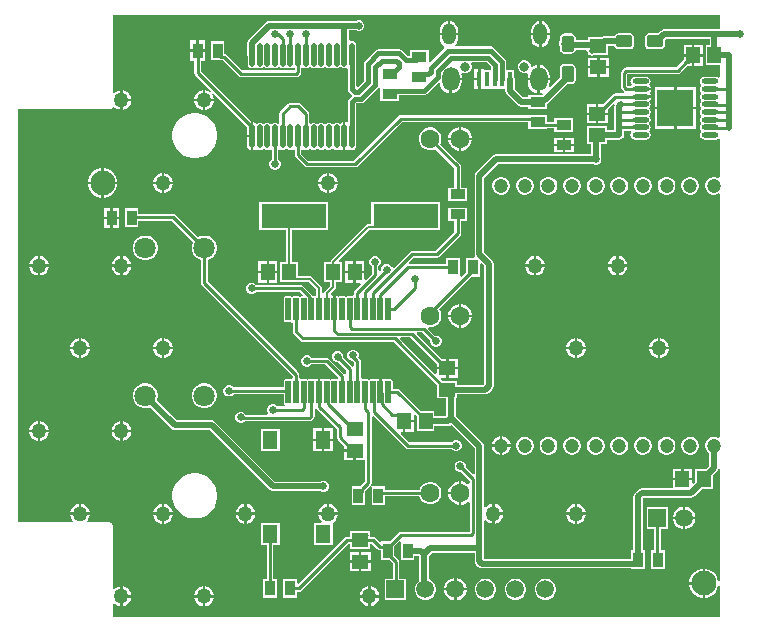
<source format=gbr>
%TF.GenerationSoftware,Altium Limited,Altium Designer,21.6.1 (37)*%
G04 Layer_Physical_Order=1*
G04 Layer_Color=255*
%FSLAX43Y43*%
%MOMM*%
%TF.SameCoordinates,1E6E8873-E5BF-4629-9129-2C513CDE5FDC*%
%TF.FilePolarity,Positive*%
%TF.FileFunction,Copper,L1,Top,Signal*%
%TF.Part,Single*%
G01*
G75*
%TA.AperFunction,SMDPad,CuDef*%
%ADD10R,1.200X1.400*%
%ADD11R,0.850X1.300*%
G04:AMPARAMS|DCode=12|XSize=1.9mm|YSize=0.48mm|CornerRadius=0.06mm|HoleSize=0mm|Usage=FLASHONLY|Rotation=270.000|XOffset=0mm|YOffset=0mm|HoleType=Round|Shape=RoundedRectangle|*
%AMROUNDEDRECTD12*
21,1,1.900,0.360,0,0,270.0*
21,1,1.780,0.480,0,0,270.0*
1,1,0.120,-0.180,-0.890*
1,1,0.120,-0.180,0.890*
1,1,0.120,0.180,0.890*
1,1,0.120,0.180,-0.890*
%
%ADD12ROUNDEDRECTD12*%
%ADD13R,1.400X1.200*%
%ADD14R,5.500X2.000*%
%ADD15O,1.400X0.450*%
%ADD16R,3.100X3.100*%
%ADD17R,1.300X0.850*%
G04:AMPARAMS|DCode=18|XSize=1.4mm|YSize=1mm|CornerRadius=0.2mm|HoleSize=0mm|Usage=FLASHONLY|Rotation=0.000|XOffset=0mm|YOffset=0mm|HoleType=Round|Shape=RoundedRectangle|*
%AMROUNDEDRECTD18*
21,1,1.400,0.600,0,0,0.0*
21,1,1.000,1.000,0,0,0.0*
1,1,0.400,0.500,-0.300*
1,1,0.400,-0.500,-0.300*
1,1,0.400,-0.500,0.300*
1,1,0.400,0.500,0.300*
%
%ADD18ROUNDEDRECTD18*%
G04:AMPARAMS|DCode=19|XSize=1.4mm|YSize=1mm|CornerRadius=0.2mm|HoleSize=0mm|Usage=FLASHONLY|Rotation=90.000|XOffset=0mm|YOffset=0mm|HoleType=Round|Shape=RoundedRectangle|*
%AMROUNDEDRECTD19*
21,1,1.400,0.600,0,0,90.0*
21,1,1.000,1.000,0,0,90.0*
1,1,0.400,0.300,0.500*
1,1,0.400,0.300,-0.500*
1,1,0.400,-0.300,-0.500*
1,1,0.400,-0.300,0.500*
%
%ADD19ROUNDEDRECTD19*%
%ADD20O,0.450X2.000*%
%ADD21R,1.300X1.550*%
%ADD22R,0.450X1.300*%
%TA.AperFunction,Conductor*%
%ADD23C,0.500*%
%ADD24C,0.254*%
%ADD25C,0.200*%
%ADD26C,0.381*%
%TA.AperFunction,ComponentPad*%
%ADD27C,2.100*%
%ADD28C,1.500*%
%ADD29R,1.500X1.500*%
%ADD30C,1.800*%
%ADD31C,0.800*%
%ADD32O,1.150X1.800*%
%ADD33O,1.450X2.000*%
%ADD34C,1.600*%
%ADD35C,1.200*%
%TA.AperFunction,ViaPad*%
%ADD36C,0.650*%
%ADD37C,1.270*%
%ADD38C,0.750*%
G36*
X59690Y49999D02*
X54950D01*
X54794Y49968D01*
X54662Y49879D01*
X54662Y49879D01*
X54439Y49657D01*
X53659D01*
X53523Y49630D01*
X53407Y49552D01*
X53330Y49436D01*
X53302Y49300D01*
Y48700D01*
X53330Y48563D01*
X53407Y48448D01*
X53523Y48370D01*
X53659Y48343D01*
X54659D01*
X54796Y48370D01*
X54912Y48448D01*
X54989Y48563D01*
X55016Y48700D01*
Y49080D01*
X55119Y49183D01*
X58792D01*
Y48650D01*
X58450D01*
Y46950D01*
X59690D01*
Y45985D01*
X59540Y45914D01*
X59471Y45960D01*
X59325Y45989D01*
X58375D01*
X58229Y45960D01*
X58105Y45877D01*
X58022Y45753D01*
X57993Y45607D01*
X58022Y45461D01*
X58072Y45386D01*
X58093Y45282D01*
X58072Y45178D01*
X58022Y45103D01*
X57993Y44957D01*
X58022Y44811D01*
X58072Y44736D01*
X58093Y44632D01*
X58072Y44528D01*
X58022Y44453D01*
X57993Y44307D01*
X58022Y44161D01*
X58072Y44086D01*
X58093Y43982D01*
X58072Y43878D01*
X58022Y43803D01*
X57993Y43657D01*
X58022Y43511D01*
X58072Y43436D01*
X58093Y43332D01*
X58072Y43228D01*
X58022Y43153D01*
X57993Y43007D01*
X58022Y42861D01*
X58072Y42786D01*
X58093Y42682D01*
X58072Y42578D01*
X58022Y42503D01*
X57993Y42357D01*
X58022Y42211D01*
X58105Y42087D01*
Y41977D01*
X58022Y41853D01*
X57993Y41707D01*
X58022Y41561D01*
X58072Y41486D01*
X58093Y41382D01*
X58072Y41278D01*
X58022Y41203D01*
X57993Y41057D01*
X58022Y40911D01*
X58105Y40787D01*
X58229Y40704D01*
X58375Y40675D01*
X59325D01*
X59471Y40704D01*
X59540Y40750D01*
X59690Y40679D01*
Y37479D01*
X59540Y37396D01*
X59439Y37454D01*
X59249Y37505D01*
X59051D01*
X58861Y37454D01*
X58689Y37355D01*
X58550Y37216D01*
X58451Y37044D01*
X58400Y36854D01*
Y36656D01*
X58451Y36466D01*
X58550Y36294D01*
X58689Y36155D01*
X58861Y36056D01*
X59051Y36005D01*
X59249D01*
X59439Y36056D01*
X59540Y36114D01*
X59690Y36031D01*
Y15479D01*
X59540Y15396D01*
X59439Y15454D01*
X59249Y15505D01*
X59051D01*
X58861Y15454D01*
X58689Y15355D01*
X58550Y15216D01*
X58451Y15044D01*
X58400Y14854D01*
Y14656D01*
X58451Y14466D01*
X58550Y14294D01*
X58689Y14155D01*
X58742Y14124D01*
Y13030D01*
X58473Y12761D01*
X57550D01*
Y11638D01*
X57439Y11527D01*
X57300Y11584D01*
Y11811D01*
X56500D01*
X55700D01*
Y11154D01*
X53037D01*
X52881Y11123D01*
X52749Y11035D01*
X52749Y11035D01*
X52456Y10742D01*
X52367Y10609D01*
X52336Y10453D01*
X52336Y10453D01*
Y5880D01*
X52169D01*
Y5184D01*
X39708D01*
Y6067D01*
Y8408D01*
X39750Y8435D01*
X39858Y8461D01*
X39987Y8332D01*
X40178Y8222D01*
X40390Y8165D01*
X40400D01*
Y9000D01*
Y9835D01*
X40390D01*
X40178Y9778D01*
X39987Y9668D01*
X39858Y9539D01*
X39750Y9565D01*
X39708Y9592D01*
Y14707D01*
X39708Y14707D01*
X39677Y14863D01*
X39588Y14996D01*
X37324Y17260D01*
Y18757D01*
X37450D01*
Y19099D01*
X39807D01*
X39807Y19099D01*
X39963Y19130D01*
X40095Y19218D01*
X40388Y19511D01*
X40388Y19511D01*
X40477Y19644D01*
X40508Y19800D01*
Y30170D01*
X40477Y30326D01*
X40388Y30458D01*
X39708Y31139D01*
Y37431D01*
X40869Y38592D01*
X48902D01*
X49064Y38525D01*
X49253D01*
X49428Y38597D01*
X49561Y38731D01*
X49634Y38906D01*
Y39094D01*
X49595Y39187D01*
Y40313D01*
X50134D01*
Y40656D01*
X51145D01*
X51301Y40687D01*
X51433Y40775D01*
X51435Y40778D01*
X51438Y40780D01*
X51527Y40912D01*
X51558Y41068D01*
Y41425D01*
X52101D01*
X52169Y41275D01*
X52122Y41203D01*
X52093Y41057D01*
X52122Y40911D01*
X52205Y40787D01*
X52329Y40704D01*
X52475Y40675D01*
X53425D01*
X53571Y40704D01*
X53695Y40787D01*
X53778Y40911D01*
X53807Y41057D01*
X53778Y41203D01*
X53728Y41278D01*
X53707Y41382D01*
X53728Y41486D01*
X53778Y41561D01*
X53807Y41707D01*
X53778Y41853D01*
X53695Y41977D01*
Y42087D01*
X53778Y42211D01*
X53807Y42357D01*
X53778Y42503D01*
X53728Y42578D01*
X53707Y42682D01*
X53728Y42786D01*
X53778Y42861D01*
X53807Y43007D01*
X53778Y43153D01*
X53728Y43228D01*
X53707Y43332D01*
X53728Y43436D01*
X53778Y43511D01*
X53807Y43657D01*
X53778Y43803D01*
X53695Y43927D01*
X53770Y44058D01*
X53825Y44141D01*
X53838Y44207D01*
X52950D01*
Y44407D01*
X53838D01*
X53825Y44473D01*
X53731Y44614D01*
Y44651D01*
X53825Y44791D01*
X53838Y44857D01*
X52950D01*
Y45057D01*
X53838D01*
X53825Y45123D01*
X53770Y45206D01*
X53695Y45337D01*
X53778Y45461D01*
X53807Y45607D01*
X53778Y45753D01*
X53695Y45877D01*
X53571Y45960D01*
X53425Y45989D01*
X52475D01*
X52329Y45960D01*
X52205Y45877D01*
X52122Y45753D01*
X52093Y45607D01*
X52122Y45461D01*
X52205Y45337D01*
X52131Y45207D01*
X51873D01*
X51836Y45244D01*
Y46183D01*
X51871Y46218D01*
X56100D01*
X56100Y46218D01*
X56208Y46239D01*
X56300Y46300D01*
X56899Y46900D01*
X57300D01*
Y47700D01*
X56600D01*
Y47399D01*
X55983Y46782D01*
X51754D01*
X51754Y46782D01*
X51646Y46761D01*
X51554Y46700D01*
X51554Y46700D01*
X51354Y46500D01*
X51293Y46408D01*
X51271Y46300D01*
X51271Y46300D01*
Y45127D01*
X51271Y45127D01*
X51293Y45019D01*
X51354Y44927D01*
X51542Y44740D01*
X51534Y44680D01*
X51489Y44590D01*
X50828D01*
X50828Y44590D01*
X50720Y44568D01*
X50628Y44507D01*
X50628Y44507D01*
X49785Y43663D01*
X49384D01*
Y42963D01*
X50184D01*
Y43264D01*
X50644Y43724D01*
X50683Y43706D01*
X50768Y43638D01*
X50742Y43508D01*
X50742Y43508D01*
Y42357D01*
Y41471D01*
X50134D01*
Y41813D01*
X48434D01*
Y40313D01*
X48780D01*
Y39408D01*
X40700D01*
X40700Y39408D01*
X40544Y39377D01*
X40412Y39288D01*
X40412Y39288D01*
X39012Y37888D01*
X38923Y37756D01*
X38892Y37600D01*
X38892Y37600D01*
Y30970D01*
X38892Y30970D01*
X38923Y30814D01*
X38936Y30795D01*
X38855Y30645D01*
X38209D01*
Y29444D01*
X37809Y29044D01*
X37659Y29107D01*
Y30645D01*
X36509D01*
Y30127D01*
X33376D01*
X33314Y30277D01*
X33724Y30687D01*
X35695D01*
X35695Y30687D01*
X35803Y30709D01*
X35894Y30770D01*
X37665Y32540D01*
X37665Y32540D01*
X37726Y32632D01*
X37747Y32740D01*
Y33754D01*
X38265D01*
Y34904D01*
X36665D01*
Y33754D01*
X37183D01*
Y32857D01*
X35578Y31252D01*
X33607D01*
X33499Y31231D01*
X33407Y31169D01*
X33407Y31169D01*
X32059Y29821D01*
X31882Y29857D01*
X31851Y29932D01*
X31717Y30065D01*
X31543Y30138D01*
X31354D01*
X31179Y30065D01*
X31046Y29932D01*
X30973Y29757D01*
Y29580D01*
X30909Y29519D01*
X30908Y29519D01*
X30758Y29588D01*
Y29943D01*
X30879Y30063D01*
X30951Y30238D01*
Y30427D01*
X30879Y30601D01*
X30745Y30735D01*
X30570Y30807D01*
X30381D01*
X30207Y30735D01*
X30073Y30601D01*
X30001Y30427D01*
Y30238D01*
X30073Y30063D01*
X30193Y29943D01*
Y29329D01*
X29674Y28809D01*
X29535Y28866D01*
Y29349D01*
X28835D01*
Y28549D01*
X29218D01*
X29276Y28411D01*
X28783Y27918D01*
X28721Y27826D01*
X28700Y27718D01*
X28700Y27718D01*
Y27503D01*
X28670Y27471D01*
X28550Y27402D01*
X28512Y27409D01*
X28152D01*
X28070Y27393D01*
X28007Y27351D01*
X27944Y27393D01*
X27862Y27409D01*
X27502D01*
X27420Y27393D01*
X27401Y27380D01*
X27400Y27382D01*
X27314Y27440D01*
X27212Y27460D01*
X27132D01*
Y26305D01*
X26932D01*
Y27460D01*
X26852D01*
X26740Y27582D01*
X26731Y27634D01*
X26740Y27653D01*
X27115Y28028D01*
X27171Y28111D01*
X27190Y28209D01*
Y28599D01*
X27685D01*
Y30299D01*
X27459D01*
X27402Y30438D01*
X30009Y33045D01*
X32171D01*
X32196Y33050D01*
X35971D01*
Y35350D01*
X30171D01*
Y33555D01*
X29903D01*
X29806Y33535D01*
X29723Y33480D01*
X26755Y30512D01*
X26700Y30430D01*
X26680Y30332D01*
Y30299D01*
X26185D01*
Y28599D01*
X26680D01*
Y28314D01*
X26202Y27836D01*
X26147Y27753D01*
X26137Y27705D01*
X25987Y27720D01*
Y28074D01*
X25968Y28172D01*
X25913Y28254D01*
X25138Y29029D01*
X25055Y29085D01*
X24957Y29104D01*
X23950D01*
Y30299D01*
X23455D01*
Y33050D01*
X26471D01*
Y35350D01*
X20671D01*
Y33050D01*
X22945D01*
Y30299D01*
X22450D01*
Y28599D01*
X23675D01*
X23700Y28594D01*
X24852D01*
X25477Y27969D01*
Y27519D01*
X25398Y27447D01*
X25356Y27416D01*
X25219Y27440D01*
X25169Y27514D01*
X24409Y28274D01*
X24318Y28335D01*
X24210Y28357D01*
X24210Y28357D01*
X20402D01*
X20282Y28477D01*
X20107Y28549D01*
X19918D01*
X19744Y28477D01*
X19610Y28343D01*
X19538Y28169D01*
Y27980D01*
X19610Y27805D01*
X19744Y27672D01*
X19918Y27599D01*
X20107D01*
X20282Y27672D01*
X20402Y27792D01*
X24093D01*
X24337Y27548D01*
X24279Y27409D01*
X24252D01*
X24170Y27393D01*
X24107Y27351D01*
X24044Y27393D01*
X23962Y27409D01*
X23602D01*
X23520Y27393D01*
X23457Y27351D01*
X23394Y27393D01*
X23312Y27409D01*
X22952D01*
X22870Y27393D01*
X22801Y27346D01*
X22755Y27277D01*
X22738Y27195D01*
Y25415D01*
X22755Y25333D01*
X22801Y25264D01*
X22870Y25217D01*
X22952Y25201D01*
X23312D01*
X23350Y25208D01*
X23470Y25139D01*
X23500Y25107D01*
Y24420D01*
X23500Y24420D01*
X23521Y24312D01*
X23583Y24221D01*
X24168Y23635D01*
X24168Y23635D01*
X24260Y23574D01*
X24368Y23553D01*
X32055D01*
X35750Y19857D01*
Y18757D01*
X36508D01*
Y17260D01*
X36476Y17228D01*
X35495D01*
Y17670D01*
X34394D01*
X32569Y19495D01*
X32478Y19556D01*
X32370Y19577D01*
X32370Y19577D01*
X31976D01*
Y20185D01*
X31960Y20267D01*
X31914Y20336D01*
X31844Y20383D01*
X31762Y20399D01*
X31402D01*
X31320Y20383D01*
X31301Y20370D01*
X31300Y20372D01*
X31214Y20430D01*
X31112Y20450D01*
X31032D01*
Y19295D01*
X30832D01*
Y20450D01*
X30752D01*
X30651Y20430D01*
X30565Y20372D01*
X30563Y20370D01*
X30544Y20383D01*
X30462Y20399D01*
X30102D01*
X30020Y20383D01*
X29957Y20341D01*
X29894Y20383D01*
X29812Y20399D01*
X29452D01*
X29415Y20392D01*
X29295Y20461D01*
X29265Y20493D01*
Y21910D01*
X29265Y21911D01*
X29243Y22019D01*
X29182Y22110D01*
X29182Y22110D01*
X29049Y22243D01*
X29075Y22306D01*
Y22494D01*
X29003Y22669D01*
X28869Y22803D01*
X28694Y22875D01*
X28506D01*
X28331Y22803D01*
X28197Y22669D01*
X28125Y22494D01*
Y22306D01*
X28197Y22131D01*
X28331Y21997D01*
X28506Y21925D01*
X28568D01*
X28700Y21794D01*
Y21482D01*
X28550Y21437D01*
X28532Y21463D01*
X28532Y21463D01*
X27775Y22221D01*
Y22391D01*
X27703Y22565D01*
X27569Y22699D01*
X27394Y22771D01*
X27206D01*
X27031Y22699D01*
X26897Y22565D01*
X26825Y22391D01*
Y22202D01*
X26897Y22027D01*
X27031Y21893D01*
X27206Y21821D01*
X27376D01*
X28050Y21147D01*
Y20836D01*
X27900Y20791D01*
X27882Y20817D01*
X27882Y20817D01*
X26584Y22115D01*
X26492Y22177D01*
X26384Y22198D01*
X26384Y22198D01*
X25089D01*
X24969Y22318D01*
X24794Y22391D01*
X24606D01*
X24431Y22318D01*
X24297Y22185D01*
X24225Y22010D01*
Y21821D01*
X24297Y21647D01*
X24431Y21513D01*
X24606Y21441D01*
X24794D01*
X24969Y21513D01*
X25089Y21633D01*
X26267D01*
X27308Y20593D01*
X27298Y20526D01*
X27212Y20399D01*
X26852D01*
X26770Y20383D01*
X26707Y20341D01*
X26644Y20383D01*
X26562Y20399D01*
X26202D01*
X26120Y20383D01*
X26101Y20370D01*
X26100Y20372D01*
X26014Y20430D01*
X25912Y20450D01*
X25832D01*
Y19295D01*
X25632D01*
Y20450D01*
X25552D01*
X25451Y20430D01*
X25365Y20372D01*
X25363Y20370D01*
X25344Y20383D01*
X25262Y20399D01*
X24902D01*
X24820Y20383D01*
X24757Y20341D01*
X24694Y20383D01*
X24612Y20399D01*
X24252D01*
X24215Y20392D01*
X24095Y20461D01*
X24065Y20493D01*
Y20769D01*
X24043Y20877D01*
X23982Y20969D01*
X23982Y20969D01*
X16292Y28658D01*
Y30485D01*
X16415Y30518D01*
X16655Y30656D01*
X16850Y30852D01*
X16988Y31091D01*
X17060Y31358D01*
Y31634D01*
X16988Y31902D01*
X16850Y32141D01*
X16655Y32336D01*
X16415Y32475D01*
X16148Y32546D01*
X15872D01*
X15605Y32475D01*
X15495Y32411D01*
X13606Y34300D01*
X13514Y34361D01*
X13406Y34382D01*
X13406Y34382D01*
X10442D01*
Y34836D01*
X9292D01*
Y33236D01*
X10442D01*
Y33818D01*
X13289D01*
X15095Y32012D01*
X15032Y31902D01*
X14960Y31634D01*
Y31358D01*
X15032Y31091D01*
X15170Y30852D01*
X15365Y30656D01*
X15605Y30518D01*
X15728Y30485D01*
Y28541D01*
X15728Y28541D01*
X15749Y28433D01*
X15810Y28342D01*
X23500Y20652D01*
Y20493D01*
X23470Y20461D01*
X23350Y20392D01*
X23312Y20399D01*
X22952D01*
X22870Y20383D01*
X22801Y20336D01*
X22755Y20267D01*
X22738Y20185D01*
Y19684D01*
X18489D01*
X18369Y19804D01*
X18194Y19877D01*
X18006D01*
X17831Y19804D01*
X17697Y19671D01*
X17625Y19496D01*
Y19307D01*
X17697Y19132D01*
X17831Y18999D01*
X18006Y18927D01*
X18194D01*
X18369Y18999D01*
X18489Y19119D01*
X22738D01*
Y18405D01*
X22755Y18323D01*
X22801Y18254D01*
X22833Y18232D01*
X22787Y18082D01*
X22189D01*
X22069Y18203D01*
X21894Y18275D01*
X21706D01*
X21531Y18203D01*
X21397Y18069D01*
X21325Y17894D01*
Y17706D01*
X21397Y17531D01*
X21405Y17524D01*
X21342Y17374D01*
X19519D01*
X19503Y17412D01*
X19369Y17546D01*
X19194Y17618D01*
X19006D01*
X18831Y17546D01*
X18697Y17412D01*
X18625Y17237D01*
Y17048D01*
X18697Y16874D01*
X18831Y16740D01*
X19006Y16668D01*
X19194D01*
X19369Y16740D01*
X19438Y16809D01*
X24934D01*
X24934Y16809D01*
X25042Y16830D01*
X25133Y16892D01*
X25282Y17040D01*
X25282Y17040D01*
X25343Y17132D01*
X25365Y17240D01*
Y17849D01*
X25515Y17895D01*
X25533Y17868D01*
X27218Y16183D01*
Y15475D01*
X27218Y15475D01*
X27239Y15367D01*
X27300Y15275D01*
X27835Y14741D01*
Y14440D01*
X28735D01*
Y14340D01*
X28835D01*
Y13540D01*
X29618D01*
Y11717D01*
X29201Y11300D01*
X28478D01*
Y9700D01*
X29628D01*
Y10771D01*
X29634Y10798D01*
X29634Y10798D01*
Y10934D01*
X30045Y11345D01*
X30058Y11343D01*
X30178Y11267D01*
X30178Y11163D01*
X30178Y11163D01*
X30178Y11162D01*
Y9700D01*
X31328D01*
Y10464D01*
X34232D01*
X34255Y10380D01*
X34380Y10163D01*
X34557Y9986D01*
X34773Y9861D01*
X35015Y9796D01*
X35265D01*
X35507Y9861D01*
X35723Y9986D01*
X35900Y10163D01*
X36025Y10380D01*
X36090Y10621D01*
Y10871D01*
X36025Y11113D01*
X35900Y11330D01*
X35723Y11506D01*
X35507Y11631D01*
X35265Y11696D01*
X35015D01*
X34773Y11631D01*
X34557Y11506D01*
X34380Y11330D01*
X34255Y11113D01*
X34232Y11029D01*
X31328D01*
Y11300D01*
X30324D01*
X30208Y11300D01*
X30184Y11322D01*
X30116Y11424D01*
X30161Y11492D01*
X30182Y11600D01*
X30182Y11600D01*
Y17219D01*
X30332Y17281D01*
X33058Y14555D01*
X33150Y14494D01*
X33258Y14473D01*
X33258Y14473D01*
X36949D01*
X37069Y14352D01*
X37244Y14280D01*
X37432D01*
X37607Y14352D01*
X37741Y14486D01*
X37813Y14661D01*
Y14849D01*
X37741Y15024D01*
X37607Y15158D01*
X37432Y15230D01*
X37244D01*
X37069Y15158D01*
X36949Y15037D01*
X33375D01*
X32631Y15781D01*
X32689Y15920D01*
X32845D01*
Y16820D01*
X32945D01*
Y16920D01*
X33745D01*
Y17324D01*
X33884Y17382D01*
X33995Y17270D01*
Y15970D01*
X35495D01*
Y16412D01*
X36645D01*
X36645Y16412D01*
X36801Y16443D01*
X36913Y16518D01*
X38892Y14538D01*
Y12383D01*
X38754Y12326D01*
X38155Y12924D01*
Y13094D01*
X38083Y13269D01*
X37949Y13403D01*
X37774Y13475D01*
X37586D01*
X37411Y13403D01*
X37277Y13269D01*
X37205Y13094D01*
Y12906D01*
X37277Y12731D01*
X37411Y12597D01*
X37586Y12525D01*
X37756D01*
X38491Y11790D01*
Y11562D01*
X38341Y11500D01*
X38294Y11546D01*
X38066Y11678D01*
X37812Y11746D01*
X37780D01*
Y10746D01*
Y9746D01*
X37812D01*
X38066Y9814D01*
X38294Y9946D01*
X38341Y9993D01*
X38491Y9930D01*
Y7470D01*
X32656D01*
X32656Y7470D01*
X32548Y7449D01*
X32456Y7387D01*
X32456Y7387D01*
X31711Y6642D01*
X30960D01*
Y6642D01*
X30860Y6601D01*
X30519Y6942D01*
X30428Y7003D01*
X30319Y7024D01*
X30319Y7024D01*
X30060D01*
Y7188D01*
X30065Y7215D01*
X30060Y7242D01*
Y7492D01*
X29810D01*
X29783Y7497D01*
X29756Y7492D01*
X28360D01*
Y7024D01*
X28078D01*
X28078Y7024D01*
X27970Y7003D01*
X27878Y6942D01*
X27878Y6942D01*
X24015Y3079D01*
X23865Y3141D01*
Y3467D01*
X22715D01*
Y1867D01*
X23865D01*
Y2367D01*
X24003Y2385D01*
X24111Y2406D01*
X24202Y2467D01*
X28195Y6460D01*
X28360D01*
Y5992D01*
X30060D01*
Y6441D01*
X30210Y6452D01*
X30678Y5984D01*
X30678Y5984D01*
X30770Y5923D01*
X30878Y5901D01*
X30960D01*
Y5042D01*
X31711D01*
X31976Y4777D01*
Y3500D01*
X31300D01*
Y1700D01*
X33100D01*
Y3500D01*
X32540D01*
Y4894D01*
X32519Y5002D01*
X32458Y5094D01*
X32458Y5094D01*
X32110Y5441D01*
Y6243D01*
X32510Y6643D01*
X32660Y6580D01*
Y5042D01*
X33810D01*
Y5434D01*
X34173D01*
X34227Y5380D01*
Y3343D01*
X34187Y3320D01*
X34020Y3153D01*
X33901Y2947D01*
X33840Y2718D01*
Y2482D01*
X33901Y2253D01*
X34020Y2047D01*
X34187Y1880D01*
X34393Y1761D01*
X34622Y1700D01*
X34858D01*
X35087Y1761D01*
X35293Y1880D01*
X35460Y2047D01*
X35579Y2253D01*
X35640Y2482D01*
Y2718D01*
X35579Y2947D01*
X35460Y3153D01*
X35293Y3320D01*
X35087Y3439D01*
X35043Y3451D01*
Y5380D01*
X35322Y5659D01*
X38892D01*
Y4976D01*
X38892Y4976D01*
X38923Y4820D01*
X39012Y4688D01*
X39212Y4488D01*
X39212Y4488D01*
X39344Y4399D01*
X39500Y4368D01*
X52169D01*
Y4280D01*
X53319D01*
Y5880D01*
X53152D01*
Y10284D01*
X53206Y10338D01*
X57235D01*
X57235Y10338D01*
X57391Y10369D01*
X57523Y10458D01*
X58127Y11061D01*
X59050D01*
Y12184D01*
X59438Y12573D01*
X59438Y12573D01*
X59527Y12705D01*
X59540Y12772D01*
X59690Y12757D01*
Y3322D01*
X59540Y3302D01*
X59465Y3582D01*
X59300Y3868D01*
X59068Y4100D01*
X58782Y4265D01*
X58465Y4350D01*
X58400D01*
Y3100D01*
X58300D01*
D01*
X58400D01*
Y1850D01*
X58465D01*
X58782Y1935D01*
X59068Y2100D01*
X59300Y2332D01*
X59465Y2618D01*
X59540Y2898D01*
X59690Y2878D01*
Y255D01*
X8255D01*
Y1352D01*
X8405Y1414D01*
X8487Y1332D01*
X8678Y1222D01*
X8890Y1165D01*
X8900D01*
Y2000D01*
Y2835D01*
X8890D01*
X8678Y2778D01*
X8487Y2668D01*
X8405Y2586D01*
X8255Y2648D01*
Y8000D01*
X8235Y8098D01*
X8180Y8180D01*
X8098Y8235D01*
X8000Y8255D01*
X6148D01*
X6086Y8405D01*
X6168Y8487D01*
X6278Y8678D01*
X6335Y8890D01*
Y8900D01*
X4665D01*
Y8890D01*
X4722Y8678D01*
X4832Y8487D01*
X4914Y8405D01*
X4852Y8255D01*
X255D01*
Y43245D01*
X8000D01*
X8098Y43265D01*
X8180Y43320D01*
X8224Y43385D01*
X8283Y43410D01*
X8393Y43426D01*
X8487Y43332D01*
X8678Y43222D01*
X8890Y43165D01*
X8900D01*
Y44000D01*
Y44835D01*
X8890D01*
X8678Y44778D01*
X8487Y44668D01*
X8405Y44586D01*
X8255Y44648D01*
Y51245D01*
X59690D01*
Y49999D01*
D02*
G37*
G36*
X39692Y30001D02*
Y19969D01*
X39638Y19915D01*
X37450D01*
Y20257D01*
X36149D01*
X36038Y20368D01*
X36095Y20507D01*
X36500D01*
Y21207D01*
X35700D01*
Y20902D01*
X35561Y20845D01*
X32588Y23818D01*
X32646Y23957D01*
X33451D01*
X35700Y21707D01*
Y21407D01*
X36500D01*
Y22107D01*
X36099D01*
X33984Y24222D01*
X34042Y24361D01*
X34480D01*
X35165Y23676D01*
Y23506D01*
X35237Y23331D01*
X35371Y23197D01*
X35546Y23125D01*
X35734D01*
X35909Y23197D01*
X36043Y23331D01*
X36115Y23506D01*
Y23694D01*
X36043Y23869D01*
X35909Y24003D01*
X35734Y24075D01*
X35564D01*
X34987Y24653D01*
X34994Y24690D01*
X35055Y24796D01*
X35265D01*
X35507Y24861D01*
X35723Y24986D01*
X35900Y25163D01*
X36025Y25380D01*
X36090Y25621D01*
Y25871D01*
X36025Y26113D01*
X35900Y26330D01*
X35897Y26333D01*
X38608Y29045D01*
X39359D01*
Y30138D01*
X39498Y30195D01*
X39692Y30001D01*
D02*
G37*
%LPC*%
G36*
X29178Y50791D02*
X28990D01*
X28827Y50724D01*
X27871D01*
X27871Y50724D01*
X27871Y50724D01*
X21519D01*
X21363Y50693D01*
X21231Y50604D01*
X21231Y50604D01*
X19774Y49147D01*
X19685Y49015D01*
X19654Y48859D01*
X19654Y48859D01*
Y47850D01*
X19680Y47722D01*
Y47075D01*
X19709Y46929D01*
X19792Y46805D01*
X19916Y46722D01*
X20062Y46693D01*
X20208Y46722D01*
X20283Y46772D01*
X20387Y46793D01*
X20491Y46772D01*
X20566Y46722D01*
X20712Y46693D01*
X20858Y46722D01*
X20982Y46805D01*
X21092D01*
X21216Y46722D01*
X21362Y46693D01*
X21508Y46722D01*
X21583Y46772D01*
X21687Y46793D01*
X21791Y46772D01*
X21866Y46722D01*
X22012Y46693D01*
X22158Y46722D01*
X22282Y46805D01*
X22392D01*
X22516Y46722D01*
X22662Y46693D01*
X22808Y46722D01*
X22883Y46772D01*
X22987Y46793D01*
X23091Y46772D01*
X23166Y46722D01*
X23312Y46693D01*
X23458Y46722D01*
X23530Y46769D01*
X23680Y46701D01*
Y46532D01*
X19229D01*
X17873Y47889D01*
X17781Y47950D01*
X17725Y47962D01*
Y49013D01*
X16575D01*
Y47412D01*
X17421D01*
X17448Y47407D01*
X17448Y47407D01*
X17556D01*
X18913Y46050D01*
X18913Y46050D01*
X19004Y45989D01*
X19112Y45968D01*
X23813D01*
X23813Y45968D01*
X23921Y45989D01*
X24013Y46050D01*
X24162Y46199D01*
X24162Y46199D01*
X24223Y46291D01*
X24244Y46399D01*
Y46701D01*
X24394Y46769D01*
X24466Y46722D01*
X24612Y46693D01*
X24758Y46722D01*
X24882Y46805D01*
X24992D01*
X25116Y46722D01*
X25262Y46693D01*
X25408Y46722D01*
X25483Y46772D01*
X25587Y46793D01*
X25691Y46772D01*
X25766Y46722D01*
X25912Y46693D01*
X26058Y46722D01*
X26182Y46805D01*
X26292D01*
X26416Y46722D01*
X26562Y46693D01*
X26708Y46722D01*
X26783Y46772D01*
X26887Y46793D01*
X26991Y46772D01*
X27066Y46722D01*
X27212Y46693D01*
X27358Y46722D01*
X27482Y46805D01*
X27592D01*
X27716Y46722D01*
X27862Y46693D01*
X28008Y46722D01*
X28015Y46726D01*
X28165Y46646D01*
Y44939D01*
X28191Y44806D01*
X28267Y44693D01*
X28466Y44494D01*
X28479Y44400D01*
X28466Y44306D01*
X28267Y44107D01*
X28191Y43994D01*
X28165Y43861D01*
Y42193D01*
X28052Y42133D01*
X28015Y42128D01*
X27962Y42138D01*
Y40950D01*
Y39762D01*
X28028Y39775D01*
X28111Y39830D01*
X28242Y39905D01*
X28366Y39822D01*
X28512Y39793D01*
X28658Y39822D01*
X28782Y39905D01*
X28865Y40029D01*
X28894Y40175D01*
Y41725D01*
X28865Y41871D01*
X28859Y41880D01*
Y43718D01*
X28879Y43737D01*
X29312D01*
X29445Y43764D01*
X29558Y43839D01*
X30724Y45005D01*
X30733Y45019D01*
X30872Y45007D01*
X30900Y44999D01*
X30900Y44997D01*
Y43975D01*
X32500D01*
Y44437D01*
X34598D01*
X34731Y44464D01*
X34844Y44539D01*
X35794Y45490D01*
X35953Y45436D01*
X35974Y45275D01*
X36067Y45050D01*
X36215Y44856D01*
X36409Y44708D01*
X36634Y44615D01*
X36775Y44596D01*
Y45791D01*
X36875D01*
Y45891D01*
X37808D01*
Y46066D01*
X37789Y46212D01*
X37926Y46318D01*
X37991Y46291D01*
X38209D01*
X38412Y46375D01*
X38566Y46529D01*
X38650Y46732D01*
Y46950D01*
X38595Y47084D01*
X38680Y47234D01*
X39890D01*
X40262Y46862D01*
Y46591D01*
X39725D01*
Y46641D01*
X39400D01*
Y45791D01*
Y44941D01*
X39725D01*
Y44991D01*
X41492D01*
Y44800D01*
X41492Y44800D01*
X41523Y44644D01*
X41612Y44512D01*
X42555Y43569D01*
X42555Y43569D01*
X42687Y43480D01*
X42843Y43449D01*
X42843Y43449D01*
X43444D01*
Y43282D01*
X45044D01*
Y43692D01*
X45120Y43744D01*
X46720Y45343D01*
X47100D01*
X47237Y45370D01*
X47352Y45448D01*
X47430Y45563D01*
X47457Y45700D01*
Y46700D01*
X47430Y46837D01*
X47352Y46952D01*
X47237Y47030D01*
X47100Y47057D01*
X46500D01*
X46363Y47030D01*
X46248Y46952D01*
X46170Y46837D01*
X46143Y46700D01*
Y45920D01*
X45311Y45088D01*
X45184Y45173D01*
X45226Y45275D01*
X45258Y45516D01*
Y45691D01*
X44425D01*
Y44596D01*
X44566Y44615D01*
X44591Y44625D01*
X44685Y44502D01*
X44638Y44440D01*
X44419D01*
X44379Y44432D01*
X43444D01*
Y44265D01*
X43012D01*
X42308Y44969D01*
Y45791D01*
X42277Y45947D01*
X42275Y45950D01*
Y46591D01*
X41588D01*
Y47267D01*
X41561Y47400D01*
X41486Y47513D01*
X40541Y48458D01*
X40428Y48533D01*
X40295Y48560D01*
X37324D01*
X37273Y48710D01*
X37278Y48713D01*
X37402Y48875D01*
X37480Y49064D01*
X37507Y49266D01*
Y49491D01*
X36725D01*
X35943D01*
Y49266D01*
X35970Y49064D01*
X36048Y48875D01*
X36172Y48713D01*
X36320Y48600D01*
X36336Y48561D01*
X36342Y48423D01*
X35146Y47227D01*
X35007Y47284D01*
Y48225D01*
X33407D01*
Y47763D01*
X33214D01*
X32760Y48217D01*
X32647Y48292D01*
X32515Y48318D01*
X30757D01*
X30624Y48292D01*
X30512Y48217D01*
X29602Y47307D01*
X29527Y47194D01*
X29500Y47062D01*
Y45656D01*
X29009Y45165D01*
X28859Y45227D01*
Y46920D01*
X28865Y46929D01*
X28894Y47075D01*
Y48625D01*
X28865Y48771D01*
X28782Y48895D01*
X28658Y48978D01*
X28512Y49007D01*
X28420Y48989D01*
X28270Y49081D01*
Y49908D01*
X28827D01*
X28990Y49841D01*
X29178D01*
X29353Y49913D01*
X29487Y50047D01*
X29559Y50222D01*
Y50410D01*
X29487Y50585D01*
X29353Y50719D01*
X29178Y50791D01*
D02*
G37*
G36*
X44575Y50685D02*
Y49691D01*
X45257D01*
Y49916D01*
X45230Y50118D01*
X45152Y50307D01*
X45028Y50469D01*
X44866Y50593D01*
X44677Y50671D01*
X44575Y50685D01*
D02*
G37*
G36*
X36825Y50685D02*
Y49691D01*
X37507D01*
Y49916D01*
X37480Y50118D01*
X37402Y50307D01*
X37278Y50469D01*
X37116Y50593D01*
X36927Y50671D01*
X36825Y50685D01*
D02*
G37*
G36*
X36625Y50685D02*
X36523Y50671D01*
X36334Y50593D01*
X36172Y50469D01*
X36048Y50307D01*
X35970Y50118D01*
X35943Y49916D01*
Y49691D01*
X36625D01*
Y50685D01*
D02*
G37*
G36*
X44375Y50685D02*
X44273Y50671D01*
X44084Y50593D01*
X43922Y50469D01*
X43798Y50307D01*
X43720Y50118D01*
X43693Y49916D01*
Y49691D01*
X44375D01*
Y50685D01*
D02*
G37*
G36*
X45257Y49491D02*
X44575D01*
Y48497D01*
X44677Y48511D01*
X44866Y48589D01*
X45028Y48713D01*
X45152Y48875D01*
X45230Y49064D01*
X45257Y49266D01*
Y49491D01*
D02*
G37*
G36*
X44375D02*
X43693D01*
Y49266D01*
X43720Y49064D01*
X43798Y48875D01*
X43922Y48713D01*
X44084Y48589D01*
X44273Y48511D01*
X44375Y48497D01*
Y49491D01*
D02*
G37*
G36*
X47100Y49657D02*
X46500D01*
X46363Y49630D01*
X46248Y49552D01*
X46170Y49437D01*
X46143Y49300D01*
Y49061D01*
X46073Y48956D01*
X46042Y48800D01*
X46073Y48644D01*
X46143Y48539D01*
Y48300D01*
X46170Y48163D01*
X46248Y48048D01*
X46363Y47970D01*
X46500Y47943D01*
X47100D01*
X47237Y47970D01*
X47352Y48048D01*
X47430Y48163D01*
X47455Y48292D01*
X48368D01*
X48451Y48191D01*
X48482Y48035D01*
X48534Y47957D01*
Y47850D01*
X48649D01*
X48703Y47814D01*
X48859Y47783D01*
X49015Y47814D01*
X49068Y47850D01*
X50234D01*
Y48592D01*
X50724D01*
X50730Y48563D01*
X50807Y48448D01*
X50923Y48370D01*
X51059Y48343D01*
X52059D01*
X52196Y48370D01*
X52312Y48448D01*
X52389Y48563D01*
X52416Y48700D01*
Y49300D01*
X52389Y49436D01*
X52312Y49552D01*
X52196Y49630D01*
X52059Y49657D01*
X51059D01*
X50923Y49630D01*
X50807Y49552D01*
X50730Y49436D01*
X50724Y49408D01*
X49884D01*
X49728Y49377D01*
X49688Y49350D01*
X48534D01*
Y49108D01*
X47457D01*
Y49300D01*
X47430Y49437D01*
X47352Y49552D01*
X47237Y49630D01*
X47100Y49657D01*
D02*
G37*
G36*
X16075Y49062D02*
X15550D01*
Y48312D01*
X16075D01*
Y49062D01*
D02*
G37*
G36*
X15350D02*
X14825D01*
Y48312D01*
X15350D01*
Y49062D01*
D02*
G37*
G36*
X58200Y48700D02*
X57500D01*
Y47900D01*
X58200D01*
Y48700D01*
D02*
G37*
G36*
X57300D02*
X56600D01*
Y47900D01*
X57300D01*
Y48700D01*
D02*
G37*
G36*
X58200Y47700D02*
X57500D01*
Y46900D01*
X58200D01*
Y47700D01*
D02*
G37*
G36*
X50284Y47600D02*
X49484D01*
Y46900D01*
X50284D01*
Y47600D01*
D02*
G37*
G36*
X49284D02*
X48484D01*
Y46900D01*
X49284D01*
Y47600D01*
D02*
G37*
G36*
X50284Y46700D02*
X49484D01*
Y46000D01*
X50284D01*
Y46700D01*
D02*
G37*
G36*
X49284D02*
X48484D01*
Y46000D01*
X49284D01*
Y46700D01*
D02*
G37*
G36*
X44425Y46986D02*
Y45891D01*
X45258D01*
Y46066D01*
X45226Y46307D01*
X45133Y46532D01*
X44985Y46726D01*
X44791Y46874D01*
X44566Y46967D01*
X44425Y46986D01*
D02*
G37*
G36*
X39200Y46641D02*
X38875D01*
Y45891D01*
X39200D01*
Y46641D01*
D02*
G37*
G36*
X43209Y47391D02*
X42991D01*
X42788Y47307D01*
X42634Y47153D01*
X42550Y46950D01*
Y46732D01*
X42634Y46529D01*
X42788Y46375D01*
X42991Y46291D01*
X43209D01*
X43274Y46318D01*
X43411Y46212D01*
X43392Y46066D01*
Y45891D01*
X44225D01*
Y46986D01*
X44084Y46967D01*
X43859Y46874D01*
X43800Y46829D01*
X43650Y46903D01*
Y46950D01*
X43566Y47153D01*
X43412Y47307D01*
X43209Y47391D01*
D02*
G37*
G36*
X39200Y45691D02*
X38875D01*
Y44941D01*
X39200D01*
Y45691D01*
D02*
G37*
G36*
X16075Y48112D02*
X15450D01*
X14825D01*
Y47362D01*
X15168D01*
Y46337D01*
X15168Y46337D01*
X15189Y46229D01*
X15250Y46137D01*
X16609Y44778D01*
X16513Y44668D01*
X16322Y44778D01*
X16110Y44835D01*
X16100D01*
Y44100D01*
X16835D01*
Y44110D01*
X16778Y44322D01*
X16668Y44513D01*
X16778Y44609D01*
X19634Y41753D01*
X19629Y41725D01*
Y41050D01*
X19962D01*
Y42224D01*
X15732Y46454D01*
Y47362D01*
X16075D01*
Y48112D01*
D02*
G37*
G36*
X44225Y45691D02*
X43392D01*
Y45516D01*
X43424Y45275D01*
X43517Y45050D01*
X43665Y44856D01*
X43859Y44708D01*
X44084Y44615D01*
X44225Y44596D01*
Y45691D01*
D02*
G37*
G36*
X37808D02*
X36975D01*
Y44596D01*
X37116Y44615D01*
X37341Y44708D01*
X37535Y44856D01*
X37683Y45050D01*
X37776Y45275D01*
X37808Y45516D01*
Y45691D01*
D02*
G37*
G36*
X15900Y44835D02*
X15890D01*
X15678Y44778D01*
X15487Y44668D01*
X15332Y44513D01*
X15222Y44322D01*
X15165Y44110D01*
Y44100D01*
X15900D01*
Y44835D01*
D02*
G37*
G36*
X9110D02*
X9100D01*
Y44100D01*
X9835D01*
Y44110D01*
X9778Y44322D01*
X9668Y44513D01*
X9513Y44668D01*
X9322Y44778D01*
X9110Y44835D01*
D02*
G37*
G36*
X23975Y43782D02*
X23975Y43782D01*
X23300D01*
X23300Y43782D01*
X23192Y43761D01*
X23100Y43700D01*
X23100Y43700D01*
X22462Y43062D01*
X22401Y42970D01*
X22380Y42862D01*
X22380Y42862D01*
Y42099D01*
X22230Y42031D01*
X22158Y42078D01*
X22012Y42107D01*
X21866Y42078D01*
X21791Y42028D01*
X21687Y42007D01*
X21583Y42028D01*
X21508Y42078D01*
X21362Y42107D01*
X21216Y42078D01*
X21092Y41995D01*
X20982D01*
X20858Y42078D01*
X20712Y42107D01*
X20566Y42078D01*
X20442Y41995D01*
X20311Y42070D01*
X20228Y42125D01*
X20162Y42138D01*
Y40950D01*
Y39762D01*
X20228Y39775D01*
X20311Y39830D01*
X20442Y39905D01*
X20566Y39822D01*
X20712Y39793D01*
X20858Y39822D01*
X20982Y39905D01*
X21092D01*
X21216Y39822D01*
X21362Y39793D01*
X21508Y39822D01*
X21580Y39869D01*
X21730Y39801D01*
Y39001D01*
X21597Y38869D01*
X21525Y38694D01*
Y38506D01*
X21597Y38331D01*
X21731Y38197D01*
X21906Y38125D01*
X22094D01*
X22269Y38197D01*
X22403Y38331D01*
X22475Y38506D01*
Y38694D01*
X22403Y38869D01*
X22294Y38977D01*
Y39801D01*
X22444Y39869D01*
X22516Y39822D01*
X22662Y39793D01*
X22808Y39822D01*
X22883Y39872D01*
X22987Y39893D01*
X23091Y39872D01*
X23166Y39822D01*
X23312Y39793D01*
X23458Y39822D01*
X23530Y39869D01*
X23680Y39801D01*
Y39350D01*
X23680Y39350D01*
X23701Y39242D01*
X23762Y39151D01*
X24501Y38412D01*
X24501Y38412D01*
X24592Y38351D01*
X24700Y38330D01*
X28798D01*
X28798Y38330D01*
X28906Y38351D01*
X28998Y38412D01*
X32758Y42173D01*
X43444D01*
Y41582D01*
X45044D01*
Y41631D01*
X45650D01*
Y41338D01*
X47250D01*
Y42488D01*
X45650D01*
Y42196D01*
X45044D01*
Y42732D01*
X43973D01*
X43946Y42738D01*
X43946Y42738D01*
X32641D01*
X32533Y42716D01*
X32442Y42655D01*
X28681Y38894D01*
X24817D01*
X24244Y39467D01*
Y39801D01*
X24394Y39869D01*
X24466Y39822D01*
X24612Y39793D01*
X24758Y39822D01*
X24882Y39905D01*
X24992D01*
X25116Y39822D01*
X25262Y39793D01*
X25408Y39822D01*
X25483Y39872D01*
X25587Y39893D01*
X25691Y39872D01*
X25766Y39822D01*
X25912Y39793D01*
X26058Y39822D01*
X26182Y39905D01*
X26292D01*
X26416Y39822D01*
X26562Y39793D01*
X26708Y39822D01*
X26783Y39872D01*
X26887Y39893D01*
X26991Y39872D01*
X27066Y39822D01*
X27212Y39793D01*
X27358Y39822D01*
X27482Y39905D01*
X27613Y39830D01*
X27696Y39775D01*
X27762Y39762D01*
Y40950D01*
Y42138D01*
X27696Y42125D01*
X27613Y42070D01*
X27482Y41995D01*
X27358Y42078D01*
X27212Y42107D01*
X27066Y42078D01*
X26991Y42028D01*
X26887Y42007D01*
X26783Y42028D01*
X26708Y42078D01*
X26562Y42107D01*
X26416Y42078D01*
X26292Y41995D01*
X26182D01*
X26058Y42078D01*
X25912Y42107D01*
X25766Y42078D01*
X25691Y42028D01*
X25587Y42007D01*
X25483Y42028D01*
X25408Y42078D01*
X25262Y42107D01*
X25116Y42078D01*
X25044Y42031D01*
X24894Y42099D01*
Y42863D01*
X24894Y42863D01*
X24873Y42971D01*
X24812Y43063D01*
X24812Y43063D01*
X24175Y43700D01*
X24084Y43761D01*
X23975Y43782D01*
D02*
G37*
G36*
X57650Y45082D02*
X56000D01*
Y43432D01*
X57650D01*
Y45082D01*
D02*
G37*
G36*
X55800D02*
X54150D01*
Y43432D01*
X55800D01*
Y45082D01*
D02*
G37*
G36*
X16835Y43900D02*
X16100D01*
Y43165D01*
X16110D01*
X16322Y43222D01*
X16513Y43332D01*
X16668Y43487D01*
X16778Y43678D01*
X16835Y43890D01*
Y43900D01*
D02*
G37*
G36*
X15900D02*
X15165D01*
Y43890D01*
X15222Y43678D01*
X15332Y43487D01*
X15487Y43332D01*
X15678Y43222D01*
X15890Y43165D01*
X15900D01*
Y43900D01*
D02*
G37*
G36*
X9835D02*
X9100D01*
Y43165D01*
X9110D01*
X9322Y43222D01*
X9513Y43332D01*
X9668Y43487D01*
X9778Y43678D01*
X9835Y43890D01*
Y43900D01*
D02*
G37*
G36*
X49184Y43663D02*
X48384D01*
Y42963D01*
X49184D01*
Y43663D01*
D02*
G37*
G36*
X50184Y42763D02*
X49384D01*
Y42063D01*
X50184D01*
Y42763D01*
D02*
G37*
G36*
X49184D02*
X48384D01*
Y42063D01*
X49184D01*
Y42763D01*
D02*
G37*
G36*
X57650Y43232D02*
X56000D01*
Y41582D01*
X57650D01*
Y43232D01*
D02*
G37*
G36*
X55800D02*
X54150D01*
Y41582D01*
X55800D01*
Y43232D01*
D02*
G37*
G36*
X37812Y41746D02*
X37780D01*
Y40846D01*
X38680D01*
Y40878D01*
X38612Y41132D01*
X38480Y41360D01*
X38294Y41546D01*
X38066Y41678D01*
X37812Y41746D01*
D02*
G37*
G36*
X37580D02*
X37548D01*
X37294Y41678D01*
X37066Y41546D01*
X36880Y41360D01*
X36748Y41132D01*
X36680Y40878D01*
Y40846D01*
X37580D01*
Y41746D01*
D02*
G37*
G36*
X47300Y40838D02*
X46550D01*
Y40313D01*
X47300D01*
Y40838D01*
D02*
G37*
G36*
X46350D02*
X45600D01*
Y40313D01*
X46350D01*
Y40838D01*
D02*
G37*
G36*
X19962Y40850D02*
X19629D01*
Y40175D01*
X19662Y40009D01*
X19756Y39869D01*
X19896Y39775D01*
X19962Y39762D01*
Y40850D01*
D02*
G37*
G36*
X38680Y40646D02*
X37780D01*
Y39746D01*
X37812D01*
X38066Y39814D01*
X38294Y39946D01*
X38480Y40132D01*
X38612Y40360D01*
X38680Y40615D01*
Y40646D01*
D02*
G37*
G36*
X37580D02*
X36680D01*
Y40615D01*
X36748Y40360D01*
X36880Y40132D01*
X37066Y39946D01*
X37294Y39814D01*
X37548Y39746D01*
X37580D01*
Y40646D01*
D02*
G37*
G36*
X47300Y40113D02*
X46550D01*
Y39588D01*
X47300D01*
Y40113D01*
D02*
G37*
G36*
X46350D02*
X45600D01*
Y39588D01*
X46350D01*
Y40113D01*
D02*
G37*
G36*
X15403Y42915D02*
X15027D01*
X14659Y42842D01*
X14313Y42698D01*
X14001Y42490D01*
X13735Y42224D01*
X13527Y41912D01*
X13383Y41566D01*
X13310Y41198D01*
Y40822D01*
X13383Y40454D01*
X13527Y40108D01*
X13735Y39796D01*
X14001Y39530D01*
X14313Y39322D01*
X14659Y39178D01*
X15027Y39105D01*
X15403D01*
X15771Y39178D01*
X16117Y39322D01*
X16429Y39530D01*
X16695Y39796D01*
X16903Y40108D01*
X17047Y40454D01*
X17120Y40822D01*
Y41198D01*
X17047Y41566D01*
X16903Y41912D01*
X16695Y42224D01*
X16429Y42490D01*
X16117Y42698D01*
X15771Y42842D01*
X15403Y42915D01*
D02*
G37*
G36*
X26610Y37835D02*
X26600D01*
Y37100D01*
X27335D01*
Y37110D01*
X27278Y37322D01*
X27168Y37513D01*
X27013Y37668D01*
X26822Y37778D01*
X26610Y37835D01*
D02*
G37*
G36*
X26400D02*
X26390D01*
X26178Y37778D01*
X25987Y37668D01*
X25832Y37513D01*
X25722Y37322D01*
X25665Y37110D01*
Y37100D01*
X26400D01*
Y37835D01*
D02*
G37*
G36*
X12610D02*
X12600D01*
Y37100D01*
X13335D01*
Y37110D01*
X13278Y37322D01*
X13168Y37513D01*
X13013Y37668D01*
X12822Y37778D01*
X12610Y37835D01*
D02*
G37*
G36*
X12400D02*
X12390D01*
X12178Y37778D01*
X11987Y37668D01*
X11832Y37513D01*
X11722Y37322D01*
X11665Y37110D01*
Y37100D01*
X12400D01*
Y37835D01*
D02*
G37*
G36*
X7565Y38250D02*
X7500D01*
Y37100D01*
X8650D01*
Y37165D01*
X8565Y37482D01*
X8400Y37768D01*
X8168Y38000D01*
X7882Y38165D01*
X7565Y38250D01*
D02*
G37*
G36*
X7300D02*
X7235D01*
X6918Y38165D01*
X6632Y38000D01*
X6400Y37768D01*
X6235Y37482D01*
X6150Y37165D01*
Y37100D01*
X7300D01*
Y38250D01*
D02*
G37*
G36*
X27335Y36900D02*
X26600D01*
Y36165D01*
X26610D01*
X26822Y36222D01*
X27013Y36332D01*
X27168Y36487D01*
X27278Y36678D01*
X27335Y36890D01*
Y36900D01*
D02*
G37*
G36*
X26400D02*
X25665D01*
Y36890D01*
X25722Y36678D01*
X25832Y36487D01*
X25987Y36332D01*
X26178Y36222D01*
X26390Y36165D01*
X26400D01*
Y36900D01*
D02*
G37*
G36*
X13335D02*
X12600D01*
Y36165D01*
X12610D01*
X12822Y36222D01*
X13013Y36332D01*
X13168Y36487D01*
X13278Y36678D01*
X13335Y36890D01*
Y36900D01*
D02*
G37*
G36*
X12400D02*
X11665D01*
Y36890D01*
X11722Y36678D01*
X11832Y36487D01*
X11987Y36332D01*
X12178Y36222D01*
X12390Y36165D01*
X12400D01*
Y36900D01*
D02*
G37*
G36*
X57249Y37505D02*
X57051D01*
X56861Y37454D01*
X56689Y37355D01*
X56550Y37216D01*
X56451Y37044D01*
X56400Y36854D01*
Y36656D01*
X56451Y36466D01*
X56550Y36294D01*
X56689Y36155D01*
X56861Y36056D01*
X57051Y36005D01*
X57249D01*
X57439Y36056D01*
X57611Y36155D01*
X57750Y36294D01*
X57849Y36466D01*
X57900Y36656D01*
Y36854D01*
X57849Y37044D01*
X57750Y37216D01*
X57611Y37355D01*
X57439Y37454D01*
X57249Y37505D01*
D02*
G37*
G36*
X55249D02*
X55051D01*
X54861Y37454D01*
X54689Y37355D01*
X54550Y37216D01*
X54451Y37044D01*
X54400Y36854D01*
Y36656D01*
X54451Y36466D01*
X54550Y36294D01*
X54689Y36155D01*
X54861Y36056D01*
X55051Y36005D01*
X55249D01*
X55439Y36056D01*
X55611Y36155D01*
X55750Y36294D01*
X55849Y36466D01*
X55900Y36656D01*
Y36854D01*
X55849Y37044D01*
X55750Y37216D01*
X55611Y37355D01*
X55439Y37454D01*
X55249Y37505D01*
D02*
G37*
G36*
X53249D02*
X53051D01*
X52861Y37454D01*
X52689Y37355D01*
X52550Y37216D01*
X52451Y37044D01*
X52400Y36854D01*
Y36656D01*
X52451Y36466D01*
X52550Y36294D01*
X52689Y36155D01*
X52861Y36056D01*
X53051Y36005D01*
X53249D01*
X53439Y36056D01*
X53611Y36155D01*
X53750Y36294D01*
X53849Y36466D01*
X53900Y36656D01*
Y36854D01*
X53849Y37044D01*
X53750Y37216D01*
X53611Y37355D01*
X53439Y37454D01*
X53249Y37505D01*
D02*
G37*
G36*
X51249D02*
X51051D01*
X50861Y37454D01*
X50689Y37355D01*
X50550Y37216D01*
X50451Y37044D01*
X50400Y36854D01*
Y36656D01*
X50451Y36466D01*
X50550Y36294D01*
X50689Y36155D01*
X50861Y36056D01*
X51051Y36005D01*
X51249D01*
X51439Y36056D01*
X51611Y36155D01*
X51750Y36294D01*
X51849Y36466D01*
X51900Y36656D01*
Y36854D01*
X51849Y37044D01*
X51750Y37216D01*
X51611Y37355D01*
X51439Y37454D01*
X51249Y37505D01*
D02*
G37*
G36*
X49249D02*
X49051D01*
X48861Y37454D01*
X48689Y37355D01*
X48550Y37216D01*
X48451Y37044D01*
X48400Y36854D01*
Y36656D01*
X48451Y36466D01*
X48550Y36294D01*
X48689Y36155D01*
X48861Y36056D01*
X49051Y36005D01*
X49249D01*
X49439Y36056D01*
X49611Y36155D01*
X49750Y36294D01*
X49849Y36466D01*
X49900Y36656D01*
Y36854D01*
X49849Y37044D01*
X49750Y37216D01*
X49611Y37355D01*
X49439Y37454D01*
X49249Y37505D01*
D02*
G37*
G36*
X47249D02*
X47051D01*
X46861Y37454D01*
X46689Y37355D01*
X46550Y37216D01*
X46451Y37044D01*
X46400Y36854D01*
Y36656D01*
X46451Y36466D01*
X46550Y36294D01*
X46689Y36155D01*
X46861Y36056D01*
X47051Y36005D01*
X47249D01*
X47439Y36056D01*
X47611Y36155D01*
X47750Y36294D01*
X47849Y36466D01*
X47900Y36656D01*
Y36854D01*
X47849Y37044D01*
X47750Y37216D01*
X47611Y37355D01*
X47439Y37454D01*
X47249Y37505D01*
D02*
G37*
G36*
X45249D02*
X45051D01*
X44861Y37454D01*
X44689Y37355D01*
X44550Y37216D01*
X44451Y37044D01*
X44400Y36854D01*
Y36656D01*
X44451Y36466D01*
X44550Y36294D01*
X44689Y36155D01*
X44861Y36056D01*
X45051Y36005D01*
X45249D01*
X45439Y36056D01*
X45611Y36155D01*
X45750Y36294D01*
X45849Y36466D01*
X45900Y36656D01*
Y36854D01*
X45849Y37044D01*
X45750Y37216D01*
X45611Y37355D01*
X45439Y37454D01*
X45249Y37505D01*
D02*
G37*
G36*
X43249D02*
X43051D01*
X42861Y37454D01*
X42689Y37355D01*
X42550Y37216D01*
X42451Y37044D01*
X42400Y36854D01*
Y36656D01*
X42451Y36466D01*
X42550Y36294D01*
X42689Y36155D01*
X42861Y36056D01*
X43051Y36005D01*
X43249D01*
X43439Y36056D01*
X43611Y36155D01*
X43750Y36294D01*
X43849Y36466D01*
X43900Y36656D01*
Y36854D01*
X43849Y37044D01*
X43750Y37216D01*
X43611Y37355D01*
X43439Y37454D01*
X43249Y37505D01*
D02*
G37*
G36*
X41249D02*
X41051D01*
X40861Y37454D01*
X40689Y37355D01*
X40550Y37216D01*
X40451Y37044D01*
X40400Y36854D01*
Y36656D01*
X40451Y36466D01*
X40550Y36294D01*
X40689Y36155D01*
X40861Y36056D01*
X41051Y36005D01*
X41249D01*
X41439Y36056D01*
X41611Y36155D01*
X41750Y36294D01*
X41849Y36466D01*
X41900Y36656D01*
Y36854D01*
X41849Y37044D01*
X41750Y37216D01*
X41611Y37355D01*
X41439Y37454D01*
X41249Y37505D01*
D02*
G37*
G36*
X8650Y36900D02*
X7500D01*
Y35750D01*
X7565D01*
X7882Y35835D01*
X8168Y36000D01*
X8400Y36232D01*
X8565Y36518D01*
X8650Y36835D01*
Y36900D01*
D02*
G37*
G36*
X7300D02*
X6150D01*
Y36835D01*
X6235Y36518D01*
X6400Y36232D01*
X6632Y36000D01*
X6918Y35835D01*
X7235Y35750D01*
X7300D01*
Y36900D01*
D02*
G37*
G36*
X35265Y41696D02*
X35015D01*
X34773Y41631D01*
X34557Y41506D01*
X34380Y41330D01*
X34255Y41113D01*
X34190Y40871D01*
Y40621D01*
X34255Y40380D01*
X34380Y40163D01*
X34557Y39986D01*
X34773Y39861D01*
X35015Y39796D01*
X35265D01*
X35507Y39861D01*
X35582Y39905D01*
X37183Y38304D01*
Y36604D01*
X36665D01*
Y35454D01*
X38265D01*
Y36604D01*
X37747D01*
Y38421D01*
X37747Y38421D01*
X37726Y38529D01*
X37665Y38621D01*
X37665Y38621D01*
X35982Y40304D01*
X36025Y40380D01*
X36090Y40621D01*
Y40871D01*
X36025Y41113D01*
X35900Y41330D01*
X35723Y41506D01*
X35507Y41631D01*
X35265Y41696D01*
D02*
G37*
G36*
X8792Y34886D02*
X8267D01*
Y34136D01*
X8792D01*
Y34886D01*
D02*
G37*
G36*
X8067D02*
X7542D01*
Y34136D01*
X8067D01*
Y34886D01*
D02*
G37*
G36*
X8792Y33936D02*
X8267D01*
Y33186D01*
X8792D01*
Y33936D01*
D02*
G37*
G36*
X8067D02*
X7542D01*
Y33186D01*
X8067D01*
Y33936D01*
D02*
G37*
G36*
X11148Y32546D02*
X10872D01*
X10605Y32475D01*
X10365Y32336D01*
X10170Y32141D01*
X10032Y31902D01*
X9960Y31634D01*
Y31358D01*
X10032Y31091D01*
X10170Y30852D01*
X10365Y30656D01*
X10605Y30518D01*
X10872Y30446D01*
X11148D01*
X11415Y30518D01*
X11655Y30656D01*
X11850Y30852D01*
X11988Y31091D01*
X12060Y31358D01*
Y31634D01*
X11988Y31902D01*
X11850Y32141D01*
X11655Y32336D01*
X11415Y32475D01*
X11148Y32546D01*
D02*
G37*
G36*
X51110Y30835D02*
X51100D01*
Y30100D01*
X51835D01*
Y30110D01*
X51778Y30322D01*
X51668Y30513D01*
X51513Y30668D01*
X51322Y30778D01*
X51110Y30835D01*
D02*
G37*
G36*
X50900D02*
X50890D01*
X50678Y30778D01*
X50487Y30668D01*
X50332Y30513D01*
X50222Y30322D01*
X50165Y30110D01*
Y30100D01*
X50900D01*
Y30835D01*
D02*
G37*
G36*
X44110D02*
X44100D01*
Y30100D01*
X44835D01*
Y30110D01*
X44778Y30322D01*
X44668Y30513D01*
X44513Y30668D01*
X44322Y30778D01*
X44110Y30835D01*
D02*
G37*
G36*
X43900D02*
X43890D01*
X43678Y30778D01*
X43487Y30668D01*
X43332Y30513D01*
X43222Y30322D01*
X43165Y30110D01*
Y30100D01*
X43900D01*
Y30835D01*
D02*
G37*
G36*
X9110D02*
X9100D01*
Y30100D01*
X9835D01*
Y30110D01*
X9778Y30322D01*
X9668Y30513D01*
X9513Y30668D01*
X9322Y30778D01*
X9110Y30835D01*
D02*
G37*
G36*
X8900D02*
X8890D01*
X8678Y30778D01*
X8487Y30668D01*
X8332Y30513D01*
X8222Y30322D01*
X8165Y30110D01*
Y30100D01*
X8900D01*
Y30835D01*
D02*
G37*
G36*
X2110D02*
X2100D01*
Y30100D01*
X2835D01*
Y30110D01*
X2778Y30322D01*
X2668Y30513D01*
X2513Y30668D01*
X2322Y30778D01*
X2110Y30835D01*
D02*
G37*
G36*
X1900D02*
X1890D01*
X1678Y30778D01*
X1487Y30668D01*
X1332Y30513D01*
X1222Y30322D01*
X1165Y30110D01*
Y30100D01*
X1900D01*
Y30835D01*
D02*
G37*
G36*
X22200Y30349D02*
X21500D01*
Y29549D01*
X22200D01*
Y30349D01*
D02*
G37*
G36*
X21300D02*
X20600D01*
Y29549D01*
X21300D01*
Y30349D01*
D02*
G37*
G36*
X29535Y30349D02*
X28835D01*
Y29549D01*
X29535D01*
Y30349D01*
D02*
G37*
G36*
X28635D02*
X27935D01*
Y29549D01*
X28635D01*
Y30349D01*
D02*
G37*
G36*
X51835Y29900D02*
X51100D01*
Y29165D01*
X51110D01*
X51322Y29222D01*
X51513Y29332D01*
X51668Y29487D01*
X51778Y29678D01*
X51835Y29890D01*
Y29900D01*
D02*
G37*
G36*
X50900D02*
X50165D01*
Y29890D01*
X50222Y29678D01*
X50332Y29487D01*
X50487Y29332D01*
X50678Y29222D01*
X50890Y29165D01*
X50900D01*
Y29900D01*
D02*
G37*
G36*
X44835D02*
X44100D01*
Y29165D01*
X44110D01*
X44322Y29222D01*
X44513Y29332D01*
X44668Y29487D01*
X44778Y29678D01*
X44835Y29890D01*
Y29900D01*
D02*
G37*
G36*
X43900D02*
X43165D01*
Y29890D01*
X43222Y29678D01*
X43332Y29487D01*
X43487Y29332D01*
X43678Y29222D01*
X43890Y29165D01*
X43900D01*
Y29900D01*
D02*
G37*
G36*
X9835D02*
X9100D01*
Y29165D01*
X9110D01*
X9322Y29222D01*
X9513Y29332D01*
X9668Y29487D01*
X9778Y29678D01*
X9835Y29890D01*
Y29900D01*
D02*
G37*
G36*
X8900D02*
X8165D01*
Y29890D01*
X8222Y29678D01*
X8332Y29487D01*
X8487Y29332D01*
X8678Y29222D01*
X8890Y29165D01*
X8900D01*
Y29900D01*
D02*
G37*
G36*
X2835D02*
X2100D01*
Y29165D01*
X2110D01*
X2322Y29222D01*
X2513Y29332D01*
X2668Y29487D01*
X2778Y29678D01*
X2835Y29890D01*
Y29900D01*
D02*
G37*
G36*
X1900D02*
X1165D01*
Y29890D01*
X1222Y29678D01*
X1332Y29487D01*
X1487Y29332D01*
X1678Y29222D01*
X1890Y29165D01*
X1900D01*
Y29900D01*
D02*
G37*
G36*
X22200Y29349D02*
X21500D01*
Y28549D01*
X22200D01*
Y29349D01*
D02*
G37*
G36*
X21300D02*
X20600D01*
Y28549D01*
X21300D01*
Y29349D01*
D02*
G37*
G36*
X28635Y29349D02*
X27935D01*
Y28549D01*
X28635D01*
Y29349D01*
D02*
G37*
G36*
X54610Y23835D02*
X54600D01*
Y23100D01*
X55335D01*
Y23110D01*
X55278Y23322D01*
X55168Y23513D01*
X55013Y23668D01*
X54822Y23778D01*
X54610Y23835D01*
D02*
G37*
G36*
X54400D02*
X54390D01*
X54178Y23778D01*
X53987Y23668D01*
X53832Y23513D01*
X53722Y23322D01*
X53665Y23110D01*
Y23100D01*
X54400D01*
Y23835D01*
D02*
G37*
G36*
X47610D02*
X47600D01*
Y23100D01*
X48335D01*
Y23110D01*
X48278Y23322D01*
X48168Y23513D01*
X48013Y23668D01*
X47822Y23778D01*
X47610Y23835D01*
D02*
G37*
G36*
X47400D02*
X47390D01*
X47178Y23778D01*
X46987Y23668D01*
X46832Y23513D01*
X46722Y23322D01*
X46665Y23110D01*
Y23100D01*
X47400D01*
Y23835D01*
D02*
G37*
G36*
X12610D02*
X12600D01*
Y23100D01*
X13335D01*
Y23110D01*
X13278Y23322D01*
X13168Y23513D01*
X13013Y23668D01*
X12822Y23778D01*
X12610Y23835D01*
D02*
G37*
G36*
X12400D02*
X12390D01*
X12178Y23778D01*
X11987Y23668D01*
X11832Y23513D01*
X11722Y23322D01*
X11665Y23110D01*
Y23100D01*
X12400D01*
Y23835D01*
D02*
G37*
G36*
X5610D02*
X5600D01*
Y23100D01*
X6335D01*
Y23110D01*
X6278Y23322D01*
X6168Y23513D01*
X6013Y23668D01*
X5822Y23778D01*
X5610Y23835D01*
D02*
G37*
G36*
X5400D02*
X5390D01*
X5178Y23778D01*
X4987Y23668D01*
X4832Y23513D01*
X4722Y23322D01*
X4665Y23110D01*
Y23100D01*
X5400D01*
Y23835D01*
D02*
G37*
G36*
X55335Y22900D02*
X54600D01*
Y22165D01*
X54610D01*
X54822Y22222D01*
X55013Y22332D01*
X55168Y22487D01*
X55278Y22678D01*
X55335Y22890D01*
Y22900D01*
D02*
G37*
G36*
X54400D02*
X53665D01*
Y22890D01*
X53722Y22678D01*
X53832Y22487D01*
X53987Y22332D01*
X54178Y22222D01*
X54390Y22165D01*
X54400D01*
Y22900D01*
D02*
G37*
G36*
X48335D02*
X47600D01*
Y22165D01*
X47610D01*
X47822Y22222D01*
X48013Y22332D01*
X48168Y22487D01*
X48278Y22678D01*
X48335Y22890D01*
Y22900D01*
D02*
G37*
G36*
X47400D02*
X46665D01*
Y22890D01*
X46722Y22678D01*
X46832Y22487D01*
X46987Y22332D01*
X47178Y22222D01*
X47390Y22165D01*
X47400D01*
Y22900D01*
D02*
G37*
G36*
X13335D02*
X12600D01*
Y22165D01*
X12610D01*
X12822Y22222D01*
X13013Y22332D01*
X13168Y22487D01*
X13278Y22678D01*
X13335Y22890D01*
Y22900D01*
D02*
G37*
G36*
X12400D02*
X11665D01*
Y22890D01*
X11722Y22678D01*
X11832Y22487D01*
X11987Y22332D01*
X12178Y22222D01*
X12390Y22165D01*
X12400D01*
Y22900D01*
D02*
G37*
G36*
X6335D02*
X5600D01*
Y22165D01*
X5610D01*
X5822Y22222D01*
X6013Y22332D01*
X6168Y22487D01*
X6278Y22678D01*
X6335Y22890D01*
Y22900D01*
D02*
G37*
G36*
X5400D02*
X4665D01*
Y22890D01*
X4722Y22678D01*
X4832Y22487D01*
X4987Y22332D01*
X5178Y22222D01*
X5390Y22165D01*
X5400D01*
Y22900D01*
D02*
G37*
G36*
X16148Y20046D02*
X15872D01*
X15605Y19975D01*
X15365Y19836D01*
X15170Y19641D01*
X15032Y19402D01*
X14960Y19134D01*
Y18858D01*
X15032Y18591D01*
X15170Y18352D01*
X15365Y18156D01*
X15605Y18018D01*
X15872Y17946D01*
X16148D01*
X16415Y18018D01*
X16655Y18156D01*
X16850Y18352D01*
X16988Y18591D01*
X17060Y18858D01*
Y19134D01*
X16988Y19402D01*
X16850Y19641D01*
X16655Y19836D01*
X16415Y19975D01*
X16148Y20046D01*
D02*
G37*
G36*
X9110Y16835D02*
X9100D01*
Y16100D01*
X9835D01*
Y16110D01*
X9778Y16322D01*
X9668Y16513D01*
X9513Y16668D01*
X9322Y16778D01*
X9110Y16835D01*
D02*
G37*
G36*
X8900D02*
X8890D01*
X8678Y16778D01*
X8487Y16668D01*
X8332Y16513D01*
X8222Y16322D01*
X8165Y16110D01*
Y16100D01*
X8900D01*
Y16835D01*
D02*
G37*
G36*
X2110D02*
X2100D01*
Y16100D01*
X2835D01*
Y16110D01*
X2778Y16322D01*
X2668Y16513D01*
X2513Y16668D01*
X2322Y16778D01*
X2110Y16835D01*
D02*
G37*
G36*
X1900D02*
X1890D01*
X1678Y16778D01*
X1487Y16668D01*
X1332Y16513D01*
X1222Y16322D01*
X1165Y16110D01*
Y16100D01*
X1900D01*
Y16835D01*
D02*
G37*
G36*
X33745Y16720D02*
X33045D01*
Y15920D01*
X33745D01*
Y16720D01*
D02*
G37*
G36*
X26940Y16215D02*
X26190D01*
Y15340D01*
X26940D01*
Y16215D01*
D02*
G37*
G36*
X25990D02*
X25240D01*
Y15340D01*
X25990D01*
Y16215D01*
D02*
G37*
G36*
X9835Y15900D02*
X9100D01*
Y15165D01*
X9110D01*
X9322Y15222D01*
X9513Y15332D01*
X9668Y15487D01*
X9778Y15678D01*
X9835Y15890D01*
Y15900D01*
D02*
G37*
G36*
X8900D02*
X8165D01*
Y15890D01*
X8222Y15678D01*
X8332Y15487D01*
X8487Y15332D01*
X8678Y15222D01*
X8890Y15165D01*
X8900D01*
Y15900D01*
D02*
G37*
G36*
X2835D02*
X2100D01*
Y15165D01*
X2110D01*
X2322Y15222D01*
X2513Y15332D01*
X2668Y15487D01*
X2778Y15678D01*
X2835Y15890D01*
Y15900D01*
D02*
G37*
G36*
X1900D02*
X1165D01*
Y15890D01*
X1222Y15678D01*
X1332Y15487D01*
X1487Y15332D01*
X1678Y15222D01*
X1890Y15165D01*
X1900D01*
Y15900D01*
D02*
G37*
G36*
X41255Y15555D02*
X41250D01*
Y14855D01*
X41950D01*
Y14860D01*
X41895Y15064D01*
X41790Y15246D01*
X41641Y15395D01*
X41459Y15500D01*
X41255Y15555D01*
D02*
G37*
G36*
X41050D02*
X41045D01*
X40841Y15500D01*
X40659Y15395D01*
X40510Y15246D01*
X40405Y15064D01*
X40350Y14860D01*
Y14855D01*
X41050D01*
Y15555D01*
D02*
G37*
G36*
X22390Y16165D02*
X20790D01*
Y14315D01*
X22390D01*
Y16165D01*
D02*
G37*
G36*
X26940Y15140D02*
X26190D01*
Y14265D01*
X26940D01*
Y15140D01*
D02*
G37*
G36*
X25990D02*
X25240D01*
Y14265D01*
X25990D01*
Y15140D01*
D02*
G37*
G36*
X57249Y15505D02*
X57051D01*
X56861Y15454D01*
X56689Y15355D01*
X56550Y15216D01*
X56451Y15044D01*
X56400Y14854D01*
Y14656D01*
X56451Y14466D01*
X56550Y14294D01*
X56689Y14155D01*
X56861Y14056D01*
X57051Y14005D01*
X57249D01*
X57439Y14056D01*
X57611Y14155D01*
X57750Y14294D01*
X57849Y14466D01*
X57900Y14656D01*
Y14854D01*
X57849Y15044D01*
X57750Y15216D01*
X57611Y15355D01*
X57439Y15454D01*
X57249Y15505D01*
D02*
G37*
G36*
X55249D02*
X55051D01*
X54861Y15454D01*
X54689Y15355D01*
X54550Y15216D01*
X54451Y15044D01*
X54400Y14854D01*
Y14656D01*
X54451Y14466D01*
X54550Y14294D01*
X54689Y14155D01*
X54861Y14056D01*
X55051Y14005D01*
X55249D01*
X55439Y14056D01*
X55611Y14155D01*
X55750Y14294D01*
X55849Y14466D01*
X55900Y14656D01*
Y14854D01*
X55849Y15044D01*
X55750Y15216D01*
X55611Y15355D01*
X55439Y15454D01*
X55249Y15505D01*
D02*
G37*
G36*
X53249D02*
X53051D01*
X52861Y15454D01*
X52689Y15355D01*
X52550Y15216D01*
X52451Y15044D01*
X52400Y14854D01*
Y14656D01*
X52451Y14466D01*
X52550Y14294D01*
X52689Y14155D01*
X52861Y14056D01*
X53051Y14005D01*
X53249D01*
X53439Y14056D01*
X53611Y14155D01*
X53750Y14294D01*
X53849Y14466D01*
X53900Y14656D01*
Y14854D01*
X53849Y15044D01*
X53750Y15216D01*
X53611Y15355D01*
X53439Y15454D01*
X53249Y15505D01*
D02*
G37*
G36*
X51249D02*
X51051D01*
X50861Y15454D01*
X50689Y15355D01*
X50550Y15216D01*
X50451Y15044D01*
X50400Y14854D01*
Y14656D01*
X50451Y14466D01*
X50550Y14294D01*
X50689Y14155D01*
X50861Y14056D01*
X51051Y14005D01*
X51249D01*
X51439Y14056D01*
X51611Y14155D01*
X51750Y14294D01*
X51849Y14466D01*
X51900Y14656D01*
Y14854D01*
X51849Y15044D01*
X51750Y15216D01*
X51611Y15355D01*
X51439Y15454D01*
X51249Y15505D01*
D02*
G37*
G36*
X49249D02*
X49051D01*
X48861Y15454D01*
X48689Y15355D01*
X48550Y15216D01*
X48451Y15044D01*
X48400Y14854D01*
Y14656D01*
X48451Y14466D01*
X48550Y14294D01*
X48689Y14155D01*
X48861Y14056D01*
X49051Y14005D01*
X49249D01*
X49439Y14056D01*
X49611Y14155D01*
X49750Y14294D01*
X49849Y14466D01*
X49900Y14656D01*
Y14854D01*
X49849Y15044D01*
X49750Y15216D01*
X49611Y15355D01*
X49439Y15454D01*
X49249Y15505D01*
D02*
G37*
G36*
X47249D02*
X47051D01*
X46861Y15454D01*
X46689Y15355D01*
X46550Y15216D01*
X46451Y15044D01*
X46400Y14854D01*
Y14656D01*
X46451Y14466D01*
X46550Y14294D01*
X46689Y14155D01*
X46861Y14056D01*
X47051Y14005D01*
X47249D01*
X47439Y14056D01*
X47611Y14155D01*
X47750Y14294D01*
X47849Y14466D01*
X47900Y14656D01*
Y14854D01*
X47849Y15044D01*
X47750Y15216D01*
X47611Y15355D01*
X47439Y15454D01*
X47249Y15505D01*
D02*
G37*
G36*
X45249D02*
X45051D01*
X44861Y15454D01*
X44689Y15355D01*
X44550Y15216D01*
X44451Y15044D01*
X44400Y14854D01*
Y14656D01*
X44451Y14466D01*
X44550Y14294D01*
X44689Y14155D01*
X44861Y14056D01*
X45051Y14005D01*
X45249D01*
X45439Y14056D01*
X45611Y14155D01*
X45750Y14294D01*
X45849Y14466D01*
X45900Y14656D01*
Y14854D01*
X45849Y15044D01*
X45750Y15216D01*
X45611Y15355D01*
X45439Y15454D01*
X45249Y15505D01*
D02*
G37*
G36*
X43249D02*
X43051D01*
X42861Y15454D01*
X42689Y15355D01*
X42550Y15216D01*
X42451Y15044D01*
X42400Y14854D01*
Y14656D01*
X42451Y14466D01*
X42550Y14294D01*
X42689Y14155D01*
X42861Y14056D01*
X43051Y14005D01*
X43249D01*
X43439Y14056D01*
X43611Y14155D01*
X43750Y14294D01*
X43849Y14466D01*
X43900Y14656D01*
Y14854D01*
X43849Y15044D01*
X43750Y15216D01*
X43611Y15355D01*
X43439Y15454D01*
X43249Y15505D01*
D02*
G37*
G36*
X41950Y14655D02*
X41250D01*
Y13955D01*
X41255D01*
X41459Y14010D01*
X41641Y14115D01*
X41790Y14264D01*
X41895Y14446D01*
X41950Y14650D01*
Y14655D01*
D02*
G37*
G36*
X41050D02*
X40350D01*
Y14650D01*
X40405Y14446D01*
X40510Y14264D01*
X40659Y14115D01*
X40841Y14010D01*
X41045Y13955D01*
X41050D01*
Y14655D01*
D02*
G37*
G36*
X28635Y14240D02*
X27835D01*
Y13540D01*
X28635D01*
Y14240D01*
D02*
G37*
G36*
X57300Y12811D02*
X56600D01*
Y12011D01*
X57300D01*
Y12811D01*
D02*
G37*
G36*
X56400D02*
X55700D01*
Y12011D01*
X56400D01*
Y12811D01*
D02*
G37*
G36*
X37580Y11746D02*
X37548D01*
X37294Y11678D01*
X37066Y11546D01*
X36880Y11360D01*
X36748Y11132D01*
X36680Y10878D01*
Y10846D01*
X37580D01*
Y11746D01*
D02*
G37*
G36*
X11148Y20046D02*
X10872D01*
X10605Y19975D01*
X10365Y19836D01*
X10170Y19641D01*
X10032Y19402D01*
X9960Y19134D01*
Y18858D01*
X10032Y18591D01*
X10170Y18352D01*
X10365Y18156D01*
X10605Y18018D01*
X10872Y17946D01*
X11148D01*
X11412Y18017D01*
X13218Y16212D01*
X13350Y16123D01*
X13506Y16092D01*
X13506Y16092D01*
X16499D01*
X21579Y11012D01*
X21579Y11012D01*
X21712Y10923D01*
X21868Y10892D01*
X25843D01*
X26006Y10825D01*
X26194D01*
X26369Y10897D01*
X26503Y11031D01*
X26575Y11206D01*
Y11394D01*
X26503Y11569D01*
X26369Y11703D01*
X26194Y11775D01*
X26006D01*
X25843Y11708D01*
X22037D01*
X16956Y16788D01*
X16824Y16877D01*
X16668Y16908D01*
X16668Y16908D01*
X13675D01*
X11989Y18594D01*
X12060Y18858D01*
Y19134D01*
X11988Y19402D01*
X11850Y19641D01*
X11655Y19836D01*
X11415Y19975D01*
X11148Y20046D01*
D02*
G37*
G36*
X37580Y10646D02*
X36680D01*
Y10615D01*
X36748Y10360D01*
X36880Y10132D01*
X37066Y9946D01*
X37294Y9814D01*
X37548Y9746D01*
X37580D01*
Y10646D01*
D02*
G37*
G36*
X47610Y9835D02*
X47600D01*
Y9100D01*
X48335D01*
Y9110D01*
X48278Y9322D01*
X48168Y9513D01*
X48013Y9668D01*
X47822Y9778D01*
X47610Y9835D01*
D02*
G37*
G36*
X47400D02*
X47390D01*
X47178Y9778D01*
X46987Y9668D01*
X46832Y9513D01*
X46722Y9322D01*
X46665Y9110D01*
Y9100D01*
X47400D01*
Y9835D01*
D02*
G37*
G36*
X40610D02*
X40600D01*
Y9100D01*
X41335D01*
Y9110D01*
X41278Y9322D01*
X41168Y9513D01*
X41013Y9668D01*
X40822Y9778D01*
X40610Y9835D01*
D02*
G37*
G36*
X26610D02*
X26600D01*
Y9100D01*
X27335D01*
Y9110D01*
X27278Y9322D01*
X27168Y9513D01*
X27013Y9668D01*
X26822Y9778D01*
X26610Y9835D01*
D02*
G37*
G36*
X26400D02*
X26390D01*
X26178Y9778D01*
X25987Y9668D01*
X25832Y9513D01*
X25722Y9322D01*
X25665Y9110D01*
Y9100D01*
X26400D01*
Y9835D01*
D02*
G37*
G36*
X19610D02*
X19600D01*
Y9100D01*
X20335D01*
Y9110D01*
X20278Y9322D01*
X20168Y9513D01*
X20013Y9668D01*
X19822Y9778D01*
X19610Y9835D01*
D02*
G37*
G36*
X19400D02*
X19390D01*
X19178Y9778D01*
X18987Y9668D01*
X18832Y9513D01*
X18722Y9322D01*
X18665Y9110D01*
Y9100D01*
X19400D01*
Y9835D01*
D02*
G37*
G36*
X12610D02*
X12600D01*
Y9100D01*
X13335D01*
Y9110D01*
X13278Y9322D01*
X13168Y9513D01*
X13013Y9668D01*
X12822Y9778D01*
X12610Y9835D01*
D02*
G37*
G36*
X12400D02*
X12390D01*
X12178Y9778D01*
X11987Y9668D01*
X11832Y9513D01*
X11722Y9322D01*
X11665Y9110D01*
Y9100D01*
X12400D01*
Y9835D01*
D02*
G37*
G36*
X5610D02*
X5600D01*
Y9100D01*
X6335D01*
Y9110D01*
X6278Y9322D01*
X6168Y9513D01*
X6013Y9668D01*
X5822Y9778D01*
X5610Y9835D01*
D02*
G37*
G36*
X5400D02*
X5390D01*
X5178Y9778D01*
X4987Y9668D01*
X4832Y9513D01*
X4722Y9322D01*
X4665Y9110D01*
Y9100D01*
X5400D01*
Y9835D01*
D02*
G37*
G36*
X56764Y9586D02*
X56739D01*
Y8736D01*
X57589D01*
Y8761D01*
X57524Y9003D01*
X57399Y9219D01*
X57222Y9396D01*
X57006Y9521D01*
X56764Y9586D01*
D02*
G37*
G36*
X56539D02*
X56514D01*
X56272Y9521D01*
X56056Y9396D01*
X55879Y9219D01*
X55754Y9003D01*
X55689Y8761D01*
Y8736D01*
X56539D01*
Y9586D01*
D02*
G37*
G36*
X15403Y12405D02*
X15027D01*
X14659Y12332D01*
X14313Y12188D01*
X14001Y11980D01*
X13735Y11714D01*
X13527Y11402D01*
X13383Y11056D01*
X13310Y10688D01*
Y10312D01*
X13383Y9944D01*
X13527Y9598D01*
X13735Y9286D01*
X14001Y9020D01*
X14313Y8812D01*
X14659Y8668D01*
X15027Y8595D01*
X15403D01*
X15771Y8668D01*
X16117Y8812D01*
X16429Y9020D01*
X16695Y9286D01*
X16903Y9598D01*
X17047Y9944D01*
X17120Y10312D01*
Y10688D01*
X17047Y11056D01*
X16903Y11402D01*
X16695Y11714D01*
X16429Y11980D01*
X16117Y12188D01*
X15771Y12332D01*
X15403Y12405D01*
D02*
G37*
G36*
X48335Y8900D02*
X47600D01*
Y8165D01*
X47610D01*
X47822Y8222D01*
X48013Y8332D01*
X48168Y8487D01*
X48278Y8678D01*
X48335Y8890D01*
Y8900D01*
D02*
G37*
G36*
X47400D02*
X46665D01*
Y8890D01*
X46722Y8678D01*
X46832Y8487D01*
X46987Y8332D01*
X47178Y8222D01*
X47390Y8165D01*
X47400D01*
Y8900D01*
D02*
G37*
G36*
X41335D02*
X40600D01*
Y8165D01*
X40610D01*
X40822Y8222D01*
X41013Y8332D01*
X41168Y8487D01*
X41278Y8678D01*
X41335Y8890D01*
Y8900D01*
D02*
G37*
G36*
X20335D02*
X19600D01*
Y8165D01*
X19610D01*
X19822Y8222D01*
X20013Y8332D01*
X20168Y8487D01*
X20278Y8678D01*
X20335Y8890D01*
Y8900D01*
D02*
G37*
G36*
X19400D02*
X18665D01*
Y8890D01*
X18722Y8678D01*
X18832Y8487D01*
X18987Y8332D01*
X19178Y8222D01*
X19390Y8165D01*
X19400D01*
Y8900D01*
D02*
G37*
G36*
X13335D02*
X12600D01*
Y8165D01*
X12610D01*
X12822Y8222D01*
X13013Y8332D01*
X13168Y8487D01*
X13278Y8678D01*
X13335Y8890D01*
Y8900D01*
D02*
G37*
G36*
X12400D02*
X11665D01*
Y8890D01*
X11722Y8678D01*
X11832Y8487D01*
X11987Y8332D01*
X12178Y8222D01*
X12390Y8165D01*
X12400D01*
Y8900D01*
D02*
G37*
G36*
X57589Y8536D02*
X56739D01*
Y7686D01*
X56764D01*
X57006Y7751D01*
X57222Y7876D01*
X57399Y8053D01*
X57524Y8269D01*
X57589Y8511D01*
Y8536D01*
D02*
G37*
G36*
X56539D02*
X55689D01*
Y8511D01*
X55754Y8269D01*
X55879Y8053D01*
X56056Y7876D01*
X56272Y7751D01*
X56514Y7686D01*
X56539D01*
Y8536D01*
D02*
G37*
G36*
X27335Y8900D02*
X25665D01*
Y8890D01*
X25722Y8678D01*
X25832Y8487D01*
X25954Y8365D01*
X25911Y8227D01*
X25902Y8215D01*
X25290D01*
Y6365D01*
X26890D01*
Y8215D01*
X26995Y8322D01*
X27013Y8332D01*
X27168Y8487D01*
X27278Y8678D01*
X27335Y8890D01*
Y8900D01*
D02*
G37*
G36*
X30110Y5742D02*
X29310D01*
Y5042D01*
X30110D01*
Y5742D01*
D02*
G37*
G36*
X29110D02*
X28310D01*
Y5042D01*
X29110D01*
Y5742D01*
D02*
G37*
G36*
X55259Y9536D02*
X53459D01*
Y7736D01*
X54077D01*
Y5880D01*
X53869D01*
Y4280D01*
X55019D01*
Y5880D01*
X54641D01*
Y7736D01*
X55259D01*
Y9536D01*
D02*
G37*
G36*
X30110Y4842D02*
X29310D01*
Y4142D01*
X30110D01*
Y4842D01*
D02*
G37*
G36*
X29110D02*
X28310D01*
Y4142D01*
X29110D01*
Y4842D01*
D02*
G37*
G36*
X58200Y4350D02*
X58135D01*
X57818Y4265D01*
X57532Y4100D01*
X57300Y3868D01*
X57135Y3582D01*
X57050Y3265D01*
Y3200D01*
X58200D01*
Y4350D01*
D02*
G37*
G36*
X37405Y3550D02*
X37380D01*
Y2700D01*
X38230D01*
Y2725D01*
X38165Y2967D01*
X38040Y3183D01*
X37863Y3360D01*
X37647Y3485D01*
X37405Y3550D01*
D02*
G37*
G36*
X37180D02*
X37155D01*
X36913Y3485D01*
X36697Y3360D01*
X36520Y3183D01*
X36395Y2967D01*
X36330Y2725D01*
Y2700D01*
X37180D01*
Y3550D01*
D02*
G37*
G36*
X30110Y2835D02*
X30100D01*
Y2100D01*
X30835D01*
Y2110D01*
X30778Y2322D01*
X30668Y2513D01*
X30513Y2668D01*
X30322Y2778D01*
X30110Y2835D01*
D02*
G37*
G36*
X29900D02*
X29890D01*
X29678Y2778D01*
X29487Y2668D01*
X29332Y2513D01*
X29222Y2322D01*
X29165Y2110D01*
Y2100D01*
X29900D01*
Y2835D01*
D02*
G37*
G36*
X16110D02*
X16100D01*
Y2100D01*
X16835D01*
Y2110D01*
X16778Y2322D01*
X16668Y2513D01*
X16513Y2668D01*
X16322Y2778D01*
X16110Y2835D01*
D02*
G37*
G36*
X15900D02*
X15890D01*
X15678Y2778D01*
X15487Y2668D01*
X15332Y2513D01*
X15222Y2322D01*
X15165Y2110D01*
Y2100D01*
X15900D01*
Y2835D01*
D02*
G37*
G36*
X9110D02*
X9100D01*
Y2100D01*
X9835D01*
Y2110D01*
X9778Y2322D01*
X9668Y2513D01*
X9513Y2668D01*
X9322Y2778D01*
X9110Y2835D01*
D02*
G37*
G36*
X22390Y8215D02*
X20790D01*
Y6365D01*
X21308D01*
Y3467D01*
X21015D01*
Y1867D01*
X22165D01*
Y3467D01*
X21872D01*
Y6365D01*
X22390D01*
Y8215D01*
D02*
G37*
G36*
X58200Y3000D02*
X57050D01*
Y2935D01*
X57135Y2618D01*
X57300Y2332D01*
X57532Y2100D01*
X57818Y1935D01*
X58135Y1850D01*
X58200D01*
Y3000D01*
D02*
G37*
G36*
X45018Y3500D02*
X44782D01*
X44553Y3439D01*
X44347Y3320D01*
X44180Y3153D01*
X44061Y2947D01*
X44000Y2718D01*
Y2482D01*
X44061Y2253D01*
X44180Y2047D01*
X44347Y1880D01*
X44553Y1761D01*
X44782Y1700D01*
X45018D01*
X45247Y1761D01*
X45453Y1880D01*
X45620Y2047D01*
X45739Y2253D01*
X45800Y2482D01*
Y2718D01*
X45739Y2947D01*
X45620Y3153D01*
X45453Y3320D01*
X45247Y3439D01*
X45018Y3500D01*
D02*
G37*
G36*
X42478D02*
X42242D01*
X42013Y3439D01*
X41807Y3320D01*
X41640Y3153D01*
X41521Y2947D01*
X41460Y2718D01*
Y2482D01*
X41521Y2253D01*
X41640Y2047D01*
X41807Y1880D01*
X42013Y1761D01*
X42242Y1700D01*
X42478D01*
X42707Y1761D01*
X42913Y1880D01*
X43080Y2047D01*
X43199Y2253D01*
X43260Y2482D01*
Y2718D01*
X43199Y2947D01*
X43080Y3153D01*
X42913Y3320D01*
X42707Y3439D01*
X42478Y3500D01*
D02*
G37*
G36*
X39938D02*
X39702D01*
X39473Y3439D01*
X39267Y3320D01*
X39100Y3153D01*
X38981Y2947D01*
X38920Y2718D01*
Y2482D01*
X38981Y2253D01*
X39100Y2047D01*
X39267Y1880D01*
X39473Y1761D01*
X39702Y1700D01*
X39938D01*
X40167Y1761D01*
X40373Y1880D01*
X40540Y2047D01*
X40659Y2253D01*
X40720Y2482D01*
Y2718D01*
X40659Y2947D01*
X40540Y3153D01*
X40373Y3320D01*
X40167Y3439D01*
X39938Y3500D01*
D02*
G37*
G36*
X38230Y2500D02*
X37380D01*
Y1650D01*
X37405D01*
X37647Y1715D01*
X37863Y1840D01*
X38040Y2017D01*
X38165Y2233D01*
X38230Y2475D01*
Y2500D01*
D02*
G37*
G36*
X37180D02*
X36330D01*
Y2475D01*
X36395Y2233D01*
X36520Y2017D01*
X36697Y1840D01*
X36913Y1715D01*
X37155Y1650D01*
X37180D01*
Y2500D01*
D02*
G37*
G36*
X30835Y1900D02*
X30100D01*
Y1165D01*
X30110D01*
X30322Y1222D01*
X30513Y1332D01*
X30668Y1487D01*
X30778Y1678D01*
X30835Y1890D01*
Y1900D01*
D02*
G37*
G36*
X29900D02*
X29165D01*
Y1890D01*
X29222Y1678D01*
X29332Y1487D01*
X29487Y1332D01*
X29678Y1222D01*
X29890Y1165D01*
X29900D01*
Y1900D01*
D02*
G37*
G36*
X16835D02*
X16100D01*
Y1165D01*
X16110D01*
X16322Y1222D01*
X16513Y1332D01*
X16668Y1487D01*
X16778Y1678D01*
X16835Y1890D01*
Y1900D01*
D02*
G37*
G36*
X15900D02*
X15165D01*
Y1890D01*
X15222Y1678D01*
X15332Y1487D01*
X15487Y1332D01*
X15678Y1222D01*
X15890Y1165D01*
X15900D01*
Y1900D01*
D02*
G37*
G36*
X9835D02*
X9100D01*
Y1165D01*
X9110D01*
X9322Y1222D01*
X9513Y1332D01*
X9668Y1487D01*
X9778Y1678D01*
X9835Y1890D01*
Y1900D01*
D02*
G37*
G36*
X37812Y26746D02*
X37780D01*
Y25846D01*
X38680D01*
Y25878D01*
X38612Y26132D01*
X38480Y26360D01*
X38294Y26546D01*
X38066Y26678D01*
X37812Y26746D01*
D02*
G37*
G36*
X37580D02*
X37548D01*
X37294Y26678D01*
X37066Y26546D01*
X36880Y26360D01*
X36748Y26132D01*
X36680Y25878D01*
Y25846D01*
X37580D01*
Y26746D01*
D02*
G37*
G36*
X38680Y25646D02*
X37780D01*
Y24746D01*
X37812D01*
X38066Y24814D01*
X38294Y24946D01*
X38480Y25132D01*
X38612Y25360D01*
X38680Y25615D01*
Y25646D01*
D02*
G37*
G36*
X37580D02*
X36680D01*
Y25615D01*
X36748Y25360D01*
X36880Y25132D01*
X37066Y24946D01*
X37294Y24814D01*
X37548Y24746D01*
X37580D01*
Y25646D01*
D02*
G37*
G36*
X37500Y22107D02*
X36700D01*
Y21407D01*
X37500D01*
Y22107D01*
D02*
G37*
G36*
Y21207D02*
X36700D01*
Y20507D01*
X37500D01*
Y21207D01*
D02*
G37*
%LPD*%
D10*
X56500Y11911D02*
D03*
X58300D02*
D03*
X21400Y29449D02*
D03*
X23200D02*
D03*
X28735Y29449D02*
D03*
X26935D02*
D03*
X34745Y16820D02*
D03*
X32945D02*
D03*
X59200Y47800D02*
D03*
X57400D02*
D03*
D11*
X37084Y29845D02*
D03*
X38784D02*
D03*
X31535Y5842D02*
D03*
X33235D02*
D03*
X23290Y2667D02*
D03*
X21590D02*
D03*
X15450Y48213D02*
D03*
X17150D02*
D03*
X9867Y34036D02*
D03*
X8167D02*
D03*
X29053Y10500D02*
D03*
X30753D02*
D03*
X52744Y5080D02*
D03*
X54444D02*
D03*
D12*
X31582Y26305D02*
D03*
X30932D02*
D03*
X30282D02*
D03*
X29632D02*
D03*
X28982D02*
D03*
X28332D02*
D03*
X27682D02*
D03*
X27032D02*
D03*
X26382D02*
D03*
X25732D02*
D03*
X25082D02*
D03*
X24432D02*
D03*
X23782D02*
D03*
X23132D02*
D03*
Y19295D02*
D03*
X23782D02*
D03*
X24432D02*
D03*
X25082D02*
D03*
X25732D02*
D03*
X26382D02*
D03*
X27032D02*
D03*
X27682D02*
D03*
X28332D02*
D03*
X28982D02*
D03*
X29632D02*
D03*
X30282D02*
D03*
X30932D02*
D03*
X31582D02*
D03*
D13*
X29210Y6742D02*
D03*
Y4942D02*
D03*
X28735Y14340D02*
D03*
Y16140D02*
D03*
X36600Y19507D02*
D03*
Y21307D02*
D03*
X49284Y41063D02*
D03*
Y42863D02*
D03*
X49384Y48600D02*
D03*
Y46800D02*
D03*
D14*
X33071Y34200D02*
D03*
X23571D02*
D03*
D15*
X58850Y44957D02*
D03*
Y45607D02*
D03*
Y43657D02*
D03*
Y44307D02*
D03*
Y43007D02*
D03*
Y42357D02*
D03*
Y41707D02*
D03*
Y41057D02*
D03*
X52950Y44957D02*
D03*
Y45607D02*
D03*
Y44307D02*
D03*
Y43657D02*
D03*
Y43007D02*
D03*
Y42357D02*
D03*
Y41707D02*
D03*
Y41057D02*
D03*
D16*
X55900Y43332D02*
D03*
D17*
X31700Y44550D02*
D03*
Y46250D02*
D03*
X34207Y45950D02*
D03*
Y47650D02*
D03*
X37465Y34329D02*
D03*
Y36029D02*
D03*
X46450Y40213D02*
D03*
Y41913D02*
D03*
X44244Y42157D02*
D03*
Y43857D02*
D03*
D18*
X54159Y49000D02*
D03*
X51559D02*
D03*
D19*
X46800Y48800D02*
D03*
Y46200D02*
D03*
D20*
X28512Y47850D02*
D03*
X27862D02*
D03*
X27212D02*
D03*
X26562D02*
D03*
X25912D02*
D03*
X25262D02*
D03*
X24612D02*
D03*
X23962D02*
D03*
X23312D02*
D03*
X22662D02*
D03*
X22012D02*
D03*
X21362D02*
D03*
X20712D02*
D03*
X20062D02*
D03*
X28512Y40950D02*
D03*
X27862D02*
D03*
X27212D02*
D03*
X26562D02*
D03*
X25912D02*
D03*
X25262D02*
D03*
X24612D02*
D03*
X23962D02*
D03*
X23312D02*
D03*
X22662D02*
D03*
X22012D02*
D03*
X21362D02*
D03*
X20712D02*
D03*
X20062D02*
D03*
D21*
X21590Y7290D02*
D03*
X26090D02*
D03*
X21590Y15240D02*
D03*
X26090D02*
D03*
D22*
X39950Y45791D02*
D03*
X40600D02*
D03*
X41250D02*
D03*
X39300D02*
D03*
X41900D02*
D03*
D23*
X42843Y43857D02*
X44244D01*
X41900Y44800D02*
X42843Y43857D01*
X41900Y44800D02*
Y45791D01*
X53037Y10746D02*
X57235D01*
X58300Y11811D02*
Y11911D01*
X57235Y10746D02*
X58300Y11811D01*
Y12011D02*
X59150Y12861D01*
Y14755D01*
X58300Y11911D02*
Y12011D01*
X60405Y41675D02*
Y42325D01*
X27871Y50316D02*
X29084D01*
X34635Y2830D02*
Y5549D01*
X35153Y6067D01*
X39300D01*
Y4976D02*
Y6067D01*
Y14707D01*
X33235Y5842D02*
X34342D01*
X34635Y5549D01*
X21868Y11300D02*
X26100D01*
X16668Y16500D02*
X21868Y11300D01*
X13506Y16500D02*
X16668D01*
X11010Y18996D02*
X13506Y16500D01*
X36600Y19507D02*
X39807D01*
X39300Y30970D02*
X40100Y30170D01*
Y19800D02*
Y30170D01*
X39807Y19507D02*
X40100Y19800D01*
X39300Y30970D02*
Y37600D01*
X40700Y39000D01*
X49159D01*
X49188Y39029D02*
Y40967D01*
X49284Y41063D01*
X49159Y39000D02*
X49188Y39029D01*
X51150Y41068D02*
Y41707D01*
Y42357D01*
X49284Y41063D02*
X51145D01*
X51150Y42933D02*
Y43508D01*
Y42357D02*
Y42933D01*
Y43508D02*
X51299Y43657D01*
X34745Y16820D02*
X36645D01*
X36916Y17091D02*
X39300Y14707D01*
X36916Y17091D02*
Y19191D01*
X36645Y16820D02*
X36916Y17091D01*
X36600Y19507D02*
X36916Y19191D01*
X52744Y4951D02*
Y10453D01*
X53037Y10746D01*
X39500Y4776D02*
X52569D01*
X39300Y4976D02*
X39500Y4776D01*
X52569D02*
X52744Y4951D01*
X34635Y2830D02*
X34798Y2667D01*
X20062Y48859D02*
X21519Y50316D01*
X27871D01*
X27887Y50300D01*
X60405Y42325D02*
Y42975D01*
Y43625D01*
Y44385D01*
X46450Y48800D02*
X46450Y48800D01*
X48859Y48191D02*
X49159Y48491D01*
X59200Y47800D02*
X60400D01*
Y44390D02*
Y44925D01*
Y47800D01*
X49384Y48600D02*
X49484D01*
X49884Y49000D01*
X51559D01*
X46800Y48800D02*
X46900Y48700D01*
X49284D02*
X49384Y48600D01*
X46900Y48700D02*
X49284D01*
X49159Y48491D02*
Y48691D01*
X44244Y43857D02*
X44419Y44032D01*
X46800Y46000D02*
Y46200D01*
X44419Y44032D02*
X44832D01*
X46800Y46000D01*
X59200Y49591D02*
X61400D01*
X59200Y47800D02*
Y49591D01*
X27862Y47850D02*
Y50300D01*
X20062Y47850D02*
Y48859D01*
X54950Y49591D02*
X59200D01*
X54359Y49000D02*
X54950Y49591D01*
D24*
X24432Y17949D02*
Y19295D01*
X24284Y17800D02*
X24432Y17949D01*
X21800Y17800D02*
X24284D01*
X28481Y24643D02*
X34597D01*
X28332Y24792D02*
X28481Y24643D01*
X28332Y24792D02*
Y26305D01*
X27293Y24239D02*
X33568D01*
X36500Y21307D01*
X34597Y24643D02*
X35640Y23600D01*
X58750Y41675D02*
X60405D01*
X18100Y19402D02*
X23026D01*
X23132Y19295D01*
X20013Y28074D02*
X24210D01*
X23782Y24420D02*
X24368Y23835D01*
X32172D02*
X36500Y19507D01*
X27032Y24500D02*
X27293Y24239D01*
X24368Y23835D02*
X32172D01*
X31535Y5842D02*
Y5953D01*
X31833Y6365D02*
X32656Y7188D01*
X38773Y7336D02*
Y11907D01*
X38624Y7188D02*
X38773Y7336D01*
X31535Y5953D02*
Y6067D01*
X32656Y7188D02*
X38624D01*
X31833Y6365D02*
X31833D01*
X31535Y6067D02*
X31833Y6365D01*
X24700Y38612D02*
X28798D01*
X23962Y39350D02*
X24700Y38612D01*
X23962Y39350D02*
Y40950D01*
X28798Y38612D02*
X32641Y42455D01*
X43946D01*
X30476Y29212D02*
Y30332D01*
X29632Y26305D02*
Y27797D01*
X31448Y29613D02*
Y29663D01*
X33607Y30970D02*
X35695D01*
X30282Y27645D02*
X33607Y30970D01*
X30282Y26305D02*
Y27645D01*
X29632Y27797D02*
X31448Y29613D01*
X33845Y28089D02*
Y28849D01*
X31582Y26305D02*
X32061D01*
X33845Y28089D01*
X31237Y6184D02*
X31468Y5953D01*
Y5909D02*
Y5953D01*
Y5909D02*
X31535Y5842D01*
X28078Y6742D02*
X29310D01*
X29783Y7215D01*
X30395Y17618D02*
Y19182D01*
X33258Y14755D02*
X37338D01*
X30395Y17618D02*
X33258Y14755D01*
X29900Y11600D02*
Y17568D01*
X29053Y10500D02*
X29351Y10798D01*
Y11051D02*
X29900Y11600D01*
X29351Y10798D02*
Y11051D01*
X29632Y17836D02*
Y19295D01*
Y17836D02*
X29900Y17568D01*
X25732Y18068D02*
X27500Y16300D01*
Y15475D02*
X28635Y14340D01*
X27500Y15475D02*
Y16300D01*
X25732Y18068D02*
Y19295D01*
X22012Y38612D02*
Y40950D01*
X22000Y38600D02*
X22012Y38612D01*
X30932Y27539D02*
X33238Y29845D01*
X37084D01*
X30932Y26305D02*
Y27539D01*
X35140Y25976D02*
X38784Y29620D01*
Y29845D01*
X35140Y25746D02*
Y25976D01*
X35695Y30970D02*
X37465Y32740D01*
Y34329D01*
X24612Y47850D02*
Y49591D01*
X23312Y47850D02*
Y49591D01*
X22012D02*
X22216D01*
X22662Y49145D01*
X51150Y41707D02*
X52950D01*
X51150Y42357D02*
X52950D01*
X51145Y41063D02*
X51150Y41068D01*
X51224Y43007D02*
X52950D01*
X51150Y42933D02*
X51224Y43007D01*
X51299Y43657D02*
X52950D01*
X31045Y18285D02*
X31938Y17393D01*
X31045Y18285D02*
Y19182D01*
X30932Y19295D02*
X31045Y19182D01*
X32945Y16820D02*
Y16920D01*
X32472Y17393D02*
X32945Y16920D01*
X31938Y17393D02*
X32472D01*
X36500Y21307D02*
X36600D01*
X36500Y19507D02*
X36600D01*
X32370Y19295D02*
X34745Y16920D01*
Y16820D02*
Y16920D01*
X31582Y19295D02*
X32370D01*
X28982D02*
Y21911D01*
X28600Y22293D02*
X28982Y21911D01*
X28600Y22293D02*
Y22400D01*
X27300Y22296D02*
X28332Y21264D01*
Y19629D02*
Y21264D01*
X27682Y19295D02*
Y20618D01*
X24700Y21916D02*
X26384D01*
X27682Y20618D01*
X30999Y10746D02*
X35140D01*
X30753Y10500D02*
X30999Y10746D01*
X27032Y24500D02*
Y26305D01*
X23782Y24420D02*
Y26305D01*
X30282Y19295D02*
X30395Y19182D01*
X37680Y13000D02*
X38773Y11907D01*
X28982Y27718D02*
X30476Y29212D01*
X28982Y26305D02*
Y27718D01*
X16010Y28541D02*
Y31496D01*
Y28541D02*
X23782Y20769D01*
X9931Y34100D02*
X13406D01*
X16010Y31496D01*
X19100Y17143D02*
X19152Y17091D01*
X24934D01*
X23962Y46399D02*
Y47850D01*
X17673Y47689D02*
X19112Y46250D01*
X22662Y47850D02*
Y49145D01*
X19112Y46250D02*
X23813D01*
X23962Y46399D01*
X23782Y19295D02*
Y20769D01*
X24934Y17091D02*
X25082Y17240D01*
Y19295D01*
X22662Y42862D02*
X23300Y43500D01*
X23975D01*
X22662Y40950D02*
Y42862D01*
X24969Y26418D02*
X25082Y26305D01*
X24969Y26418D02*
Y27315D01*
X24210Y28074D02*
X24969Y27315D01*
X26495Y18280D02*
X28635Y16140D01*
X26382Y19295D02*
X26495Y19182D01*
X28635Y16140D02*
X28735D01*
X26495Y18280D02*
Y19182D01*
X30319Y6742D02*
X30878Y6184D01*
X24003Y2667D02*
X28078Y6742D01*
X29310D02*
X30319D01*
X58750Y42325D02*
X60405D01*
X58750Y42975D02*
X60405D01*
X58750Y43625D02*
X60405D01*
X32258Y2667D02*
Y4894D01*
X31535Y5617D02*
X32258Y4894D01*
X21590Y2667D02*
Y7290D01*
X54359Y5165D02*
Y8636D01*
Y5165D02*
X54444Y5080D01*
X31535Y5617D02*
Y5842D01*
X23290Y2667D02*
X24003D01*
X30878Y6184D02*
X31237D01*
X49284Y42863D02*
X49311Y42837D01*
X60400Y44390D02*
X60405Y44385D01*
X60400Y44925D02*
X60400Y44925D01*
X58750Y44925D02*
X60400D01*
X51554Y46300D02*
X51754Y46500D01*
X51554Y45127D02*
Y46300D01*
X51756Y44925D02*
X52850D01*
X51554Y45127D02*
X51756Y44925D01*
X9867Y34036D02*
X9931Y34100D01*
X51754Y46500D02*
X56100D01*
X56827Y47227D01*
X56927D01*
X57400Y47700D01*
Y47800D01*
X49384Y42863D02*
X50828Y44307D01*
X49284Y42863D02*
X49384D01*
X50828Y44307D02*
X52950D01*
X54159Y49000D02*
X54359D01*
X44487Y41913D02*
X46450D01*
X44244Y42157D02*
X44487Y41913D01*
X17150Y47987D02*
X17448Y47689D01*
X17150Y47987D02*
Y48213D01*
X17448Y47689D02*
X17673D01*
X20062Y40950D02*
Y41725D01*
X15450Y46337D02*
Y48213D01*
Y46337D02*
X20062Y41725D01*
X24612Y40950D02*
Y42863D01*
X23975Y43500D02*
X24612Y42863D01*
X43946Y42455D02*
X44244Y42157D01*
X35140Y40746D02*
X37465Y38421D01*
Y36029D02*
Y38421D01*
D25*
X26935Y30332D02*
X29903Y33300D01*
X26935Y29449D02*
X26935Y29449D01*
Y30332D01*
X23200Y29449D02*
Y33829D01*
Y29349D02*
Y29449D01*
Y33829D02*
X23571Y34200D01*
X26935Y28209D02*
Y29449D01*
X26382Y26305D02*
Y27656D01*
X26935Y28209D01*
X25732Y26305D02*
Y28074D01*
X23200Y29349D02*
X23700Y28849D01*
X24957D01*
X25732Y28074D01*
X29903Y33300D02*
X32171D01*
X33071Y34200D01*
D26*
X28735Y44084D02*
X29312D01*
X30479Y46800D02*
X31019Y47340D01*
X31925Y46250D02*
X32476Y46801D01*
Y47117D01*
X32253Y47340D02*
X32476Y47117D01*
X33972Y47416D02*
X34207Y47650D01*
X31700Y46250D02*
X31925D01*
X28512Y44939D02*
Y47850D01*
X32515Y47971D02*
X33070Y47416D01*
X29312Y44084D02*
X30479Y45251D01*
Y46800D01*
X31019Y47340D02*
X32253D01*
X28512Y43861D02*
X28735Y44084D01*
X29051Y44715D02*
X29847Y45512D01*
X28512Y40950D02*
Y43861D01*
X33070Y47416D02*
X33972D01*
X30757Y47971D02*
X32515D01*
X29847Y47062D02*
X30757Y47971D01*
X29847Y45512D02*
Y47062D01*
X28512Y44939D02*
X28735Y44715D01*
X29051D01*
X41241Y45800D02*
Y47267D01*
Y45800D02*
X41250Y45791D01*
X40600D02*
X40610Y45800D01*
Y47006D01*
X34598Y44785D02*
X35810Y45996D01*
Y46507D01*
X36884Y47582D02*
X40034D01*
X40610Y47006D01*
X35810Y46507D02*
X36884Y47582D01*
X31700Y44550D02*
X31934Y44785D01*
X34598D01*
X36622Y48213D02*
X40295D01*
X41241Y47267D01*
X35179Y46408D02*
Y46769D01*
X36622Y48213D01*
X34955Y46185D02*
X35179Y46408D01*
X34442Y46185D02*
X34955D01*
X34207Y45950D02*
X34442Y46185D01*
D27*
X58300Y3100D02*
D03*
X7400Y37000D02*
D03*
D28*
X44900Y2600D02*
D03*
X42360D02*
D03*
X39820D02*
D03*
X37280D02*
D03*
X34740D02*
D03*
X56639Y8636D02*
D03*
D29*
X32200Y2600D02*
D03*
X54359Y8636D02*
D03*
D30*
X16010Y31496D02*
D03*
Y18996D02*
D03*
X11010Y31496D02*
D03*
Y18996D02*
D03*
D31*
X38100Y46841D02*
D03*
X43100D02*
D03*
D32*
X36725Y49591D02*
D03*
X44475D02*
D03*
D33*
X36875Y45791D02*
D03*
X44325D02*
D03*
D34*
X37680Y10746D02*
D03*
X35140D02*
D03*
X37680Y25746D02*
D03*
X35140D02*
D03*
X37680Y40746D02*
D03*
X35140D02*
D03*
D35*
X59150Y36755D02*
D03*
X57150D02*
D03*
X55150D02*
D03*
X53150D02*
D03*
X51150D02*
D03*
X49150D02*
D03*
X47150D02*
D03*
X45150D02*
D03*
X43150D02*
D03*
X41150D02*
D03*
X59150Y14755D02*
D03*
X57150D02*
D03*
X55150D02*
D03*
X53150D02*
D03*
X51150D02*
D03*
X49150D02*
D03*
X47150D02*
D03*
X45150D02*
D03*
X43150D02*
D03*
X41150D02*
D03*
D36*
X21800Y17800D02*
D03*
X35640Y23600D02*
D03*
X18100Y19402D02*
D03*
X20013Y28074D02*
D03*
X29084Y50316D02*
D03*
X30476Y30332D02*
D03*
X31448Y29663D02*
D03*
X26100Y11300D02*
D03*
X22000Y38600D02*
D03*
X49159Y39000D02*
D03*
X23312Y49591D02*
D03*
X24612D02*
D03*
X22012D02*
D03*
X28600Y22400D02*
D03*
X27300Y22296D02*
D03*
X24700Y21916D02*
D03*
X33845Y28849D02*
D03*
X37338Y14755D02*
D03*
X37680Y13000D02*
D03*
X19100Y17143D02*
D03*
X61400Y49591D02*
D03*
D37*
X51000Y30000D02*
D03*
X54500Y23000D02*
D03*
X44000Y30000D02*
D03*
X47500Y23000D02*
D03*
Y9000D02*
D03*
X40500D02*
D03*
X30000Y2000D02*
D03*
X26500Y37000D02*
D03*
Y9000D02*
D03*
X16000Y44000D02*
D03*
X19500Y9000D02*
D03*
X16000Y2000D02*
D03*
X9000Y44000D02*
D03*
X12500Y37000D02*
D03*
X9000Y30000D02*
D03*
X12500Y23000D02*
D03*
X9000Y16000D02*
D03*
X12500Y9000D02*
D03*
X9000Y2000D02*
D03*
X2000Y30000D02*
D03*
X5500Y23000D02*
D03*
X2000Y16000D02*
D03*
X5500Y9000D02*
D03*
D38*
X56900Y44332D02*
D03*
X55900D02*
D03*
X54900D02*
D03*
X56900Y43332D02*
D03*
Y42332D02*
D03*
X55900Y43332D02*
D03*
Y42332D02*
D03*
X54900Y43332D02*
D03*
Y42332D02*
D03*
%TF.MD5,fe56602bcaaee73742ad0380a27cc06a*%
M02*

</source>
